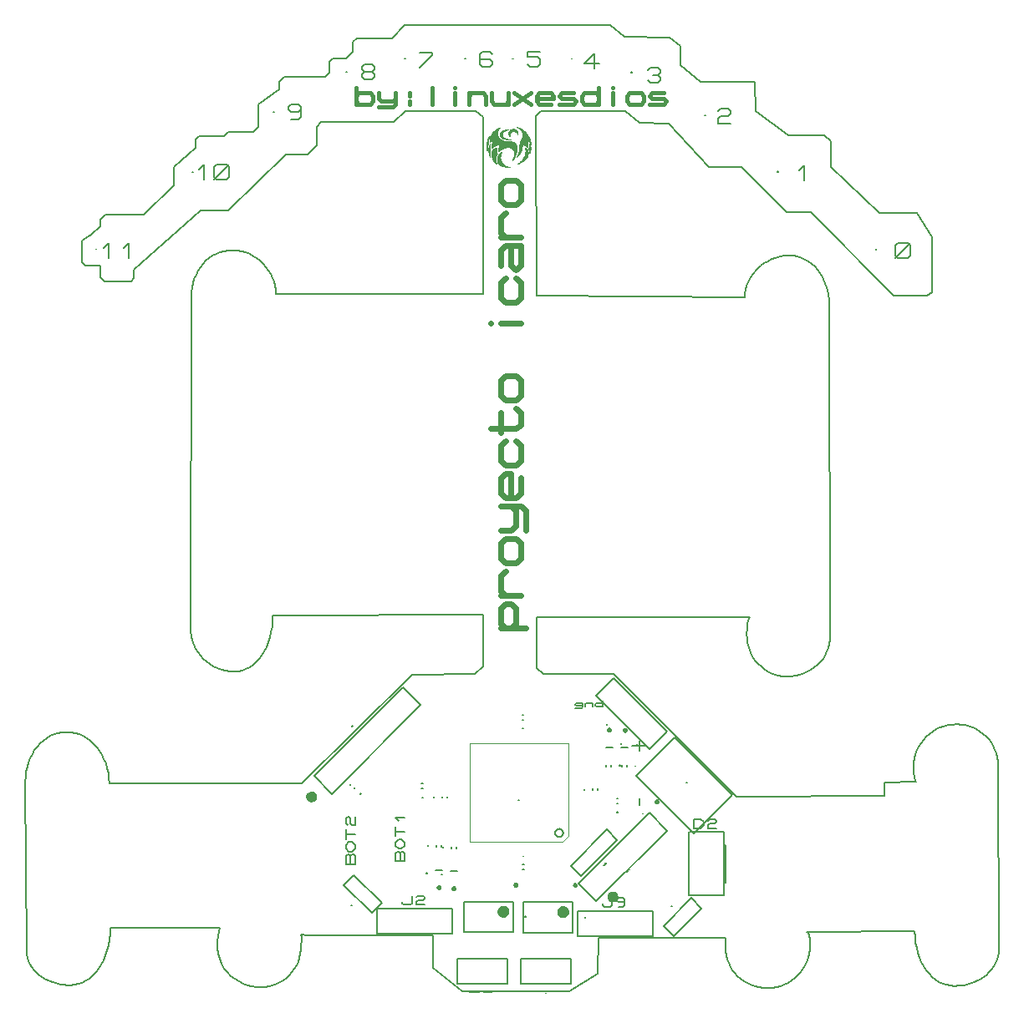
<source format=gto>
G04 PROTEUS RS274X GERBER FILE*
%FSLAX24Y24*%
%MOIN*%
%ADD15C,0.0080*%
%ADD73C,0.0040*%
%ADD30C,0.0098*%
%ADD31C,0.0078*%
%ADD32C,0.0236*%
%ADD14C,0.0012*%
%ADD33C,0.0180*%
%ADD34C,0.0230*%
G54D15*
X-7452Y+34484D02*
X-7453Y+34483D01*
X-7457Y+34483D01*
X-7459Y+34485D01*
X-7459Y+34487D01*
X-7457Y+34489D01*
X-7453Y+34489D01*
X-7452Y+34488D01*
X-7449Y+34483D02*
X-7449Y+34489D01*
X-7444Y+34489D01*
X-7442Y+34487D01*
X-7442Y+34485D01*
X-7444Y+34483D01*
X-7449Y+34483D01*
X-7432Y+34488D02*
X-7433Y+34489D01*
X-7437Y+34489D01*
X-7438Y+34488D01*
X-7438Y+34484D01*
X-7437Y+34483D01*
X-7433Y+34483D01*
X-7432Y+34484D01*
X-7432Y+34485D01*
X-7433Y+34486D01*
X-7438Y+34486D01*
X-5544Y+34481D02*
X-5545Y+34480D01*
X-5549Y+34480D01*
X-5551Y+34482D01*
X-5551Y+34484D01*
X-5549Y+34486D01*
X-5545Y+34486D01*
X-5544Y+34485D01*
X-5541Y+34480D02*
X-5541Y+34486D01*
X-5536Y+34486D01*
X-5534Y+34484D01*
X-5534Y+34482D01*
X-5536Y+34480D01*
X-5541Y+34480D01*
X-5530Y+34486D02*
X-5524Y+34486D01*
X-5524Y+34485D01*
X-5530Y+34480D01*
X-12195Y+33964D02*
X-12196Y+33963D01*
X-12200Y+33963D01*
X-12202Y+33965D01*
X-12202Y+33967D01*
X-12200Y+33969D01*
X-12196Y+33969D01*
X-12195Y+33968D01*
X-12192Y+33963D02*
X-12192Y+33969D01*
X-12187Y+33969D01*
X-12185Y+33967D01*
X-12185Y+33965D01*
X-12187Y+33963D01*
X-12192Y+33963D01*
X-12175Y+33965D02*
X-12182Y+33965D01*
X-12177Y+33969D01*
X-12177Y+33963D01*
X-15093Y+32367D02*
X-15094Y+32366D01*
X-15098Y+32366D01*
X-15100Y+32368D01*
X-15100Y+32370D01*
X-15098Y+32372D01*
X-15094Y+32372D01*
X-15093Y+32371D01*
X-15090Y+32366D02*
X-15090Y+32372D01*
X-15085Y+32372D01*
X-15083Y+32370D01*
X-15083Y+32368D01*
X-15085Y+32366D01*
X-15090Y+32366D01*
X-15079Y+32371D02*
X-15078Y+32372D01*
X-15074Y+32372D01*
X-15073Y+32371D01*
X-15073Y+32370D01*
X-15074Y+32369D01*
X-15073Y+32368D01*
X-15073Y+32367D01*
X-15074Y+32366D01*
X-15078Y+32366D01*
X-15079Y+32367D01*
X-15077Y+32369D02*
X-15074Y+32369D01*
X-18314Y+29952D02*
X-18315Y+29951D01*
X-18319Y+29951D01*
X-18321Y+29953D01*
X-18321Y+29955D01*
X-18319Y+29957D01*
X-18315Y+29957D01*
X-18314Y+29956D01*
X-18311Y+29951D02*
X-18311Y+29957D01*
X-18306Y+29957D01*
X-18304Y+29955D01*
X-18304Y+29953D01*
X-18306Y+29951D01*
X-18311Y+29951D01*
X-18300Y+29956D02*
X-18299Y+29957D01*
X-18295Y+29957D01*
X-18294Y+29956D01*
X-18294Y+29955D01*
X-18295Y+29954D01*
X-18299Y+29954D01*
X-18300Y+29953D01*
X-18300Y+29951D01*
X-18294Y+29951D01*
X-3198Y+34486D02*
X-3199Y+34485D01*
X-3203Y+34485D01*
X-3205Y+34487D01*
X-3205Y+34489D01*
X-3203Y+34491D01*
X-3199Y+34491D01*
X-3198Y+34490D01*
X-3195Y+34485D02*
X-3195Y+34491D01*
X-3190Y+34491D01*
X-3188Y+34489D01*
X-3188Y+34487D01*
X-3190Y+34485D01*
X-3195Y+34485D01*
X-3183Y+34488D02*
X-3184Y+34489D01*
X-3184Y+34490D01*
X-3183Y+34491D01*
X-3179Y+34491D01*
X-3178Y+34490D01*
X-3178Y+34489D01*
X-3179Y+34488D01*
X-3183Y+34488D01*
X-3184Y+34487D01*
X-3184Y+34486D01*
X-3183Y+34485D01*
X-3179Y+34485D01*
X-3178Y+34486D01*
X-3178Y+34487D01*
X-3179Y+34488D01*
X-817Y+33939D02*
X-818Y+33938D01*
X-822Y+33938D01*
X-824Y+33940D01*
X-824Y+33942D01*
X-822Y+33944D01*
X-818Y+33944D01*
X-817Y+33943D01*
X-814Y+33938D02*
X-814Y+33944D01*
X-809Y+33944D01*
X-807Y+33942D01*
X-807Y+33940D01*
X-809Y+33938D01*
X-814Y+33938D01*
X-797Y+33942D02*
X-798Y+33941D01*
X-802Y+33941D01*
X-803Y+33942D01*
X-803Y+33943D01*
X-802Y+33944D01*
X-798Y+33944D01*
X-797Y+33943D01*
X-797Y+33939D01*
X-798Y+33938D01*
X-802Y+33938D01*
X+2115Y+32225D02*
X+2114Y+32224D01*
X+2110Y+32224D01*
X+2108Y+32226D01*
X+2108Y+32228D01*
X+2110Y+32230D01*
X+2114Y+32230D01*
X+2115Y+32229D01*
X+2118Y+32224D02*
X+2118Y+32230D01*
X+2123Y+32230D01*
X+2125Y+32228D01*
X+2125Y+32226D01*
X+2123Y+32224D01*
X+2118Y+32224D01*
X+2130Y+32228D02*
X+2133Y+32230D01*
X+2133Y+32224D01*
X+2138Y+32225D02*
X+2138Y+32229D01*
X+2139Y+32230D01*
X+2144Y+32230D01*
X+2145Y+32229D01*
X+2145Y+32225D01*
X+2144Y+32224D01*
X+2139Y+32224D01*
X+2138Y+32225D01*
X+2138Y+32224D02*
X+2145Y+32230D01*
X-9837Y+34477D02*
X-9838Y+34476D01*
X-9842Y+34476D01*
X-9844Y+34478D01*
X-9844Y+34480D01*
X-9842Y+34482D01*
X-9838Y+34482D01*
X-9837Y+34481D01*
X-9834Y+34476D02*
X-9834Y+34482D01*
X-9829Y+34482D01*
X-9827Y+34480D01*
X-9827Y+34478D01*
X-9829Y+34476D01*
X-9834Y+34476D01*
X-9817Y+34482D02*
X-9823Y+34482D01*
X-9823Y+34480D01*
X-9818Y+34480D01*
X-9817Y+34479D01*
X-9817Y+34477D01*
X-9818Y+34476D01*
X-9822Y+34476D01*
X-9823Y+34477D01*
X-22168Y+26874D02*
X-22169Y+26873D01*
X-22173Y+26873D01*
X-22175Y+26875D01*
X-22175Y+26877D01*
X-22173Y+26879D01*
X-22169Y+26879D01*
X-22168Y+26878D01*
X-22165Y+26873D02*
X-22165Y+26879D01*
X-22160Y+26879D01*
X-22158Y+26877D01*
X-22158Y+26875D01*
X-22160Y+26873D01*
X-22165Y+26873D01*
X-22153Y+26877D02*
X-22150Y+26879D01*
X-22150Y+26873D01*
X+8940Y+26853D02*
X+8941Y+26852D01*
X+8941Y+26848D01*
X+8939Y+26846D01*
X+8937Y+26846D01*
X+8935Y+26848D01*
X+8935Y+26852D01*
X+8936Y+26853D01*
X+8941Y+26856D02*
X+8935Y+26856D01*
X+8935Y+26861D01*
X+8937Y+26863D01*
X+8939Y+26863D01*
X+8941Y+26861D01*
X+8941Y+26856D01*
X+8937Y+26868D02*
X+8935Y+26871D01*
X+8941Y+26871D01*
X+8936Y+26877D02*
X+8935Y+26878D01*
X+8935Y+26882D01*
X+8936Y+26883D01*
X+8937Y+26883D01*
X+8938Y+26882D01*
X+8938Y+26878D01*
X+8939Y+26877D01*
X+8941Y+26877D01*
X+8941Y+26883D01*
X+5023Y+29947D02*
X+5024Y+29946D01*
X+5024Y+29942D01*
X+5022Y+29940D01*
X+5020Y+29940D01*
X+5018Y+29942D01*
X+5018Y+29946D01*
X+5019Y+29947D01*
X+5024Y+29950D02*
X+5018Y+29950D01*
X+5018Y+29955D01*
X+5020Y+29957D01*
X+5022Y+29957D01*
X+5024Y+29955D01*
X+5024Y+29950D01*
X+5020Y+29962D02*
X+5018Y+29965D01*
X+5024Y+29965D01*
X+5019Y+29971D02*
X+5018Y+29972D01*
X+5018Y+29976D01*
X+5019Y+29977D01*
X+5020Y+29977D01*
X+5021Y+29976D01*
X+5022Y+29977D01*
X+5023Y+29977D01*
X+5024Y+29976D01*
X+5024Y+29972D01*
X+5023Y+29971D01*
X+5021Y+29973D02*
X+5021Y+29976D01*
X-3538Y+3580D02*
X-3538Y+3592D01*
X-3543Y+3618D01*
X-3551Y+3644D01*
X-3566Y+3670D01*
X-3588Y+3696D01*
X-3614Y+3716D01*
X-3640Y+3729D01*
X-3666Y+3737D01*
X-3692Y+3740D01*
X-3698Y+3740D01*
X-3858Y+3580D02*
X-3858Y+3592D01*
X-3853Y+3618D01*
X-3845Y+3644D01*
X-3830Y+3670D01*
X-3808Y+3696D01*
X-3782Y+3716D01*
X-3756Y+3729D01*
X-3730Y+3737D01*
X-3704Y+3740D01*
X-3698Y+3740D01*
X-3858Y+3580D02*
X-3858Y+3568D01*
X-3853Y+3542D01*
X-3845Y+3516D01*
X-3830Y+3490D01*
X-3808Y+3464D01*
X-3782Y+3444D01*
X-3756Y+3431D01*
X-3730Y+3423D01*
X-3704Y+3420D01*
X-3698Y+3420D01*
X-3538Y+3580D02*
X-3538Y+3568D01*
X-3543Y+3542D01*
X-3551Y+3516D01*
X-3566Y+3490D01*
X-3588Y+3464D01*
X-3614Y+3444D01*
X-3640Y+3431D01*
X-3666Y+3423D01*
X-3692Y+3420D01*
X-3698Y+3420D01*
G54D73*
X-3562Y+3228D02*
X-7263Y+3228D01*
X-7263Y+7165D01*
X-3326Y+7165D01*
X-3326Y+3464D01*
X-3562Y+3228D01*
G54D15*
X-5315Y+4893D02*
X-5315Y+4899D01*
X-5310Y+4899D01*
X-5308Y+4897D01*
X-5308Y+4895D01*
X-5310Y+4893D01*
X-5315Y+4893D01*
X-5305Y+4894D02*
X-5304Y+4893D01*
X-5299Y+4893D01*
X-5298Y+4894D01*
X-5298Y+4895D01*
X-5299Y+4896D01*
X-5304Y+4896D01*
X-5305Y+4897D01*
X-5305Y+4898D01*
X-5304Y+4899D01*
X-5299Y+4899D01*
X-5298Y+4898D01*
X-5295Y+4893D02*
X-5295Y+4899D01*
X-5289Y+4899D01*
X-5288Y+4898D01*
X-5288Y+4897D01*
X-5289Y+4896D01*
X-5295Y+4896D01*
X-5283Y+4897D02*
X-5280Y+4899D01*
X-5280Y+4893D01*
G54D30*
X-5389Y+1507D02*
X-5389Y+1510D01*
X-5390Y+1518D01*
X-5393Y+1526D01*
X-5397Y+1534D01*
X-5404Y+1542D01*
X-5412Y+1549D01*
X-5420Y+1553D01*
X-5428Y+1555D01*
X-5436Y+1556D01*
X-5438Y+1556D01*
X-5487Y+1507D02*
X-5487Y+1510D01*
X-5486Y+1518D01*
X-5483Y+1526D01*
X-5479Y+1534D01*
X-5472Y+1542D01*
X-5464Y+1549D01*
X-5456Y+1553D01*
X-5448Y+1555D01*
X-5440Y+1556D01*
X-5438Y+1556D01*
X-5487Y+1507D02*
X-5487Y+1504D01*
X-5486Y+1496D01*
X-5483Y+1488D01*
X-5479Y+1480D01*
X-5472Y+1472D01*
X-5464Y+1465D01*
X-5456Y+1461D01*
X-5448Y+1459D01*
X-5440Y+1458D01*
X-5438Y+1458D01*
X-5389Y+1507D02*
X-5389Y+1504D01*
X-5390Y+1496D01*
X-5393Y+1488D01*
X-5397Y+1480D01*
X-5404Y+1472D01*
X-5412Y+1465D01*
X-5420Y+1461D01*
X-5428Y+1459D01*
X-5436Y+1458D01*
X-5438Y+1458D01*
G54D31*
X-7505Y+838D02*
X-7505Y-381D01*
X-5537Y-381D01*
X-5537Y+838D01*
X-7505Y+838D01*
G54D32*
X-5813Y+444D02*
X-5813Y+453D01*
X-5816Y+472D01*
X-5823Y+491D01*
X-5833Y+510D01*
X-5849Y+529D01*
X-5868Y+544D01*
X-5887Y+553D01*
X-5906Y+559D01*
X-5925Y+562D01*
X-5931Y+562D01*
X-6049Y+444D02*
X-6049Y+453D01*
X-6046Y+472D01*
X-6039Y+491D01*
X-6029Y+510D01*
X-6013Y+529D01*
X-5994Y+544D01*
X-5975Y+553D01*
X-5956Y+559D01*
X-5937Y+562D01*
X-5931Y+562D01*
X-6049Y+444D02*
X-6049Y+435D01*
X-6046Y+416D01*
X-6039Y+397D01*
X-6029Y+378D01*
X-6013Y+359D01*
X-5994Y+344D01*
X-5975Y+335D01*
X-5956Y+329D01*
X-5937Y+326D01*
X-5931Y+326D01*
X-5813Y+444D02*
X-5813Y+435D01*
X-5816Y+416D01*
X-5823Y+397D01*
X-5833Y+378D01*
X-5849Y+359D01*
X-5868Y+344D01*
X-5887Y+335D01*
X-5906Y+329D01*
X-5925Y+326D01*
X-5931Y+326D01*
G54D15*
X-5043Y+213D02*
X-5038Y+213D01*
X-5037Y+214D01*
X-5037Y+219D01*
X-5038Y+220D01*
X-5043Y+220D01*
X-5041Y+225D02*
X-5043Y+228D01*
X-5037Y+228D01*
X-5038Y+233D02*
X-5042Y+233D01*
X-5043Y+234D01*
X-5043Y+239D01*
X-5042Y+240D01*
X-5038Y+240D01*
X-5037Y+239D01*
X-5037Y+234D01*
X-5038Y+233D01*
X-5037Y+233D02*
X-5043Y+240D01*
G54D30*
X-3015Y+1492D02*
X-3015Y+1495D01*
X-3016Y+1503D01*
X-3019Y+1511D01*
X-3023Y+1519D01*
X-3030Y+1527D01*
X-3038Y+1534D01*
X-3046Y+1538D01*
X-3054Y+1540D01*
X-3062Y+1541D01*
X-3064Y+1541D01*
X-3113Y+1492D02*
X-3113Y+1495D01*
X-3112Y+1503D01*
X-3109Y+1511D01*
X-3105Y+1519D01*
X-3098Y+1527D01*
X-3090Y+1534D01*
X-3082Y+1538D01*
X-3074Y+1540D01*
X-3066Y+1541D01*
X-3064Y+1541D01*
X-3113Y+1492D02*
X-3113Y+1489D01*
X-3112Y+1481D01*
X-3109Y+1473D01*
X-3105Y+1465D01*
X-3098Y+1457D01*
X-3090Y+1450D01*
X-3082Y+1446D01*
X-3074Y+1444D01*
X-3066Y+1443D01*
X-3064Y+1443D01*
X-3015Y+1492D02*
X-3015Y+1489D01*
X-3016Y+1481D01*
X-3019Y+1473D01*
X-3023Y+1465D01*
X-3030Y+1457D01*
X-3038Y+1450D01*
X-3046Y+1446D01*
X-3054Y+1444D01*
X-3062Y+1443D01*
X-3064Y+1443D01*
G54D31*
X-5131Y+822D02*
X-5131Y-397D01*
X-3163Y-397D01*
X-3163Y+822D01*
X-5131Y+822D01*
G54D32*
X-3439Y+429D02*
X-3439Y+438D01*
X-3442Y+457D01*
X-3449Y+476D01*
X-3459Y+495D01*
X-3475Y+514D01*
X-3494Y+529D01*
X-3513Y+538D01*
X-3532Y+544D01*
X-3551Y+547D01*
X-3557Y+547D01*
X-3675Y+429D02*
X-3675Y+438D01*
X-3672Y+457D01*
X-3665Y+476D01*
X-3655Y+495D01*
X-3639Y+514D01*
X-3620Y+529D01*
X-3601Y+538D01*
X-3582Y+544D01*
X-3563Y+547D01*
X-3557Y+547D01*
X-3675Y+429D02*
X-3675Y+420D01*
X-3672Y+401D01*
X-3665Y+382D01*
X-3655Y+363D01*
X-3639Y+344D01*
X-3620Y+329D01*
X-3601Y+320D01*
X-3582Y+314D01*
X-3563Y+311D01*
X-3557Y+311D01*
X-3439Y+429D02*
X-3439Y+420D01*
X-3442Y+401D01*
X-3449Y+382D01*
X-3459Y+363D01*
X-3475Y+344D01*
X-3494Y+329D01*
X-3513Y+320D01*
X-3532Y+314D01*
X-3551Y+311D01*
X-3557Y+311D01*
G54D15*
X-2669Y+197D02*
X-2664Y+197D01*
X-2663Y+198D01*
X-2663Y+203D01*
X-2664Y+204D01*
X-2669Y+204D01*
X-2668Y+208D02*
X-2669Y+209D01*
X-2669Y+213D01*
X-2668Y+214D01*
X-2667Y+214D01*
X-2666Y+213D01*
X-2666Y+209D01*
X-2665Y+208D01*
X-2663Y+208D01*
X-2663Y+214D01*
X-2664Y+217D02*
X-2668Y+217D01*
X-2669Y+218D01*
X-2669Y+223D01*
X-2668Y+224D01*
X-2664Y+224D01*
X-2663Y+223D01*
X-2663Y+218D01*
X-2664Y+217D01*
X-2663Y+217D02*
X-2669Y+224D01*
X-104Y+4378D02*
X-2933Y+1549D01*
X-2226Y+842D01*
X+602Y+3670D01*
X-104Y+4378D01*
X-1010Y+2026D02*
X-1010Y+2026D01*
X-1001Y+2034D01*
X-966Y+2069D01*
X-958Y+2079D01*
X-961Y+2082D01*
X-925Y+2115D02*
X-909Y+2135D01*
X-905Y+2130D01*
X-1791Y+3706D02*
X-3235Y+2261D01*
X-2832Y+1857D01*
X-1387Y+3302D01*
X-1791Y+3706D01*
X-1909Y+2294D02*
X-1912Y+2297D01*
X-1911Y+2300D01*
X-1910Y+2302D01*
X-1907Y+2302D01*
X-1905Y+2299D01*
X-1910Y+2295D02*
X-1906Y+2301D01*
X-1898Y+2307D02*
X-1898Y+2305D01*
X-1901Y+2303D01*
X-1903Y+2302D01*
X-1905Y+2304D01*
X-1904Y+2307D01*
X-1902Y+2310D01*
X-1901Y+2310D01*
X-1891Y+2313D02*
X-1895Y+2308D01*
X-1899Y+2312D01*
X-1894Y+2317D01*
X-1897Y+2310D02*
X-1894Y+2314D01*
X-1892Y+2319D02*
X-1888Y+2315D01*
X-1884Y+2320D01*
X-1877Y+2327D02*
X-1881Y+2322D01*
X-1885Y+2326D01*
X-1880Y+2331D01*
X-1883Y+2324D02*
X-1880Y+2328D01*
X-1874Y+2329D02*
X-1878Y+2333D01*
X-1874Y+2338D01*
X-1873Y+2338D01*
X-1872Y+2337D01*
X-1873Y+2335D01*
X-1876Y+2331D01*
X-1873Y+2335D02*
X-1871Y+2336D01*
X-1870Y+2334D01*
X-1870Y+2339D02*
X-1869Y+2342D01*
X-1868Y+2344D01*
X-1865Y+2344D01*
X-1864Y+2343D01*
X-1864Y+2339D01*
X-1866Y+2338D01*
X-1868Y+2337D01*
X-1870Y+2339D01*
X-1860Y+2343D02*
X-1864Y+2347D01*
X-1859Y+2348D01*
X-1859Y+2352D01*
X-1856Y+2348D01*
X-1849Y+2355D02*
X-1853Y+2350D01*
X-1857Y+2354D01*
X-1852Y+2359D01*
X-1855Y+2352D02*
X-1852Y+2356D01*
X-1850Y+2361D02*
X-1845Y+2366D01*
X-1848Y+2364D02*
X-1844Y+2360D01*
X-1839Y+2364D02*
X-1843Y+2368D01*
X-1839Y+2373D01*
X-1838Y+2373D01*
X-1837Y+2372D01*
X-1838Y+2370D01*
X-1841Y+2366D01*
X-1838Y+2370D02*
X-1836Y+2371D01*
X-1835Y+2369D01*
X-1835Y+2374D02*
X-1834Y+2377D01*
X-1833Y+2379D01*
X-1830Y+2379D01*
X-1829Y+2378D01*
X-1829Y+2374D01*
X-1831Y+2373D01*
X-1833Y+2372D01*
X-1835Y+2374D01*
X-7755Y-2448D02*
X-5755Y-2448D01*
X-5755Y-1448D01*
X-7755Y-1448D01*
X-7755Y-2448D01*
X-7255Y-2789D02*
X-7255Y-2790D01*
X-7193Y-2791D01*
X-6943Y-2791D01*
X-6880Y-2790D01*
X-6880Y-2785D01*
X-6693Y-2786D02*
X-6630Y-2785D01*
X-6443Y-2785D01*
X-6380Y-2786D01*
X-6380Y-2787D01*
X-6443Y-2788D01*
X-6380Y-2789D01*
X-6380Y-2790D01*
X-6443Y-2791D01*
X-6630Y-2791D01*
X-6693Y-2790D01*
X-6568Y-2788D02*
X-6443Y-2788D01*
X-5220Y-2460D02*
X-3220Y-2460D01*
X-3220Y-1460D01*
X-5220Y-1460D01*
X-5220Y-2460D01*
X-4230Y-2801D02*
X-4230Y-2802D01*
X-4229Y-2803D01*
X-4224Y-2803D01*
X-4223Y-2802D01*
X-4223Y-2797D01*
X-4213Y-2801D02*
X-4220Y-2801D01*
X-4215Y-2797D01*
X-4215Y-2803D01*
X-5111Y+8092D02*
X-5161Y+8092D01*
X-5111Y+8292D02*
X-5161Y+8292D01*
X-5139Y+7750D02*
X-5140Y+7749D01*
X-5144Y+7749D01*
X-5146Y+7751D01*
X-5146Y+7753D01*
X-5144Y+7755D01*
X-5140Y+7755D01*
X-5139Y+7754D01*
X-5134Y+7753D02*
X-5131Y+7755D01*
X-5131Y+7749D01*
X-5126Y+7750D02*
X-5126Y+7754D01*
X-5125Y+7755D01*
X-5120Y+7755D01*
X-5119Y+7754D01*
X-5119Y+7750D01*
X-5120Y+7749D01*
X-5125Y+7749D01*
X-5126Y+7750D01*
X-5126Y+7749D02*
X-5119Y+7755D01*
X-2344Y+5293D02*
X-2344Y+5343D01*
X-2144Y+5293D02*
X-2144Y+5343D01*
X-2682Y+5305D02*
X-2681Y+5304D01*
X-2681Y+5300D01*
X-2683Y+5298D01*
X-2685Y+5298D01*
X-2687Y+5300D01*
X-2687Y+5304D01*
X-2686Y+5305D01*
X-2685Y+5310D02*
X-2687Y+5313D01*
X-2681Y+5313D01*
X-2685Y+5320D02*
X-2687Y+5323D01*
X-2681Y+5323D01*
X-8363Y+4978D02*
X-8363Y+5028D01*
X-8163Y+4978D02*
X-8163Y+5028D01*
X-8701Y+4990D02*
X-8700Y+4989D01*
X-8700Y+4985D01*
X-8702Y+4983D01*
X-8704Y+4983D01*
X-8706Y+4985D01*
X-8706Y+4989D01*
X-8705Y+4990D01*
X-8704Y+4995D02*
X-8706Y+4998D01*
X-8700Y+4998D01*
X-8705Y+5004D02*
X-8706Y+5005D01*
X-8706Y+5009D01*
X-8705Y+5010D01*
X-8704Y+5010D01*
X-8703Y+5009D01*
X-8703Y+5005D01*
X-8702Y+5004D01*
X-8700Y+5004D01*
X-8700Y+5010D01*
X-5143Y+2328D02*
X-5093Y+2328D01*
X-5143Y+2128D02*
X-5093Y+2128D01*
X-5126Y+2666D02*
X-5127Y+2665D01*
X-5131Y+2665D01*
X-5133Y+2667D01*
X-5133Y+2669D01*
X-5131Y+2671D01*
X-5127Y+2671D01*
X-5126Y+2670D01*
X-5116Y+2669D02*
X-5117Y+2668D01*
X-5121Y+2668D01*
X-5122Y+2669D01*
X-5122Y+2670D01*
X-5121Y+2671D01*
X-5117Y+2671D01*
X-5116Y+2670D01*
X-5116Y+2666D01*
X-5117Y+2665D01*
X-5121Y+2665D01*
X-12769Y+5138D02*
X-9234Y+8674D01*
X-9941Y+9381D01*
X-13476Y+5845D01*
X-12769Y+5138D01*
X-11964Y+7833D02*
X-11968Y+7837D01*
X-11964Y+7842D01*
X-11963Y+7842D01*
X-11962Y+7841D01*
X-11963Y+7839D01*
X-11966Y+7835D01*
X-11960Y+7845D02*
X-11957Y+7849D01*
X-11959Y+7847D02*
X-11955Y+7843D01*
X-11956Y+7841D02*
X-11953Y+7844D01*
X-11946Y+7853D02*
X-11946Y+7851D01*
X-11949Y+7849D01*
X-11951Y+7848D01*
X-11953Y+7850D01*
X-11952Y+7853D01*
X-11950Y+7856D01*
X-11949Y+7856D01*
X-11947Y+7858D02*
X-11943Y+7854D01*
X-11942Y+7863D02*
X-11942Y+7859D01*
X-11939Y+7859D01*
X-11945Y+7856D02*
X-11942Y+7859D01*
X-11937Y+7866D02*
X-11937Y+7869D01*
X-11933Y+7864D01*
X-637Y+5854D02*
X+1661Y+3555D01*
X+3208Y+5102D01*
X+909Y+7401D01*
X-637Y+5854D01*
X+1397Y+5590D02*
X+1397Y+5590D01*
X+1397Y+5592D01*
X+1394Y+5595D01*
X+1392Y+5595D01*
X+1389Y+5592D01*
X+1382Y+5599D02*
X+1386Y+5595D01*
X+1387Y+5596D01*
X+1384Y+5599D01*
X+1384Y+5600D01*
X+1385Y+5602D01*
X+1387Y+5602D01*
X+1389Y+5599D01*
X+1389Y+5598D01*
X-9861Y+2441D02*
X-10221Y+2441D01*
X-10221Y+2753D01*
X-10161Y+2816D01*
X-10101Y+2816D01*
X-10041Y+2753D01*
X-9981Y+2816D01*
X-9921Y+2816D01*
X-9861Y+2753D01*
X-9861Y+2441D01*
X-10041Y+2441D02*
X-10041Y+2753D01*
X-10101Y+2941D02*
X-10221Y+3066D01*
X-10221Y+3191D01*
X-10101Y+3316D01*
X-9981Y+3316D01*
X-9861Y+3191D01*
X-9861Y+3066D01*
X-9981Y+2941D01*
X-10101Y+2941D01*
X-10221Y+3441D02*
X-10221Y+3816D01*
X-10221Y+3628D02*
X-9861Y+3628D01*
X-10101Y+4066D02*
X-10221Y+4191D01*
X-9861Y+4191D01*
X-11838Y+2337D02*
X-12198Y+2337D01*
X-12198Y+2649D01*
X-12138Y+2712D01*
X-12078Y+2712D01*
X-12018Y+2649D01*
X-11958Y+2712D01*
X-11898Y+2712D01*
X-11838Y+2649D01*
X-11838Y+2337D01*
X-12018Y+2337D02*
X-12018Y+2649D01*
X-12078Y+2837D02*
X-12198Y+2962D01*
X-12198Y+3087D01*
X-12078Y+3212D01*
X-11958Y+3212D01*
X-11838Y+3087D01*
X-11838Y+2962D01*
X-11958Y+2837D01*
X-12078Y+2837D01*
X-12198Y+3337D02*
X-12198Y+3712D01*
X-12198Y+3524D02*
X-11838Y+3524D01*
X-12138Y+3899D02*
X-12198Y+3962D01*
X-12198Y+4149D01*
X-12138Y+4212D01*
X-12078Y+4212D01*
X-12018Y+4149D01*
X-12018Y+3962D01*
X-11958Y+3899D01*
X-11838Y+3899D01*
X-11838Y+4212D01*
X-9140Y+5352D02*
X-9190Y+5352D01*
X-9140Y+5552D02*
X-9190Y+5552D01*
X-9159Y+4997D02*
X-9159Y+5003D01*
X-9153Y+5003D01*
X-9152Y+5002D01*
X-9152Y+5001D01*
X-9153Y+5000D01*
X-9159Y+5000D01*
X-9153Y+5000D02*
X-9152Y+4999D01*
X-9152Y+4997D01*
X-9148Y+5002D02*
X-9147Y+5003D01*
X-9143Y+5003D01*
X-9142Y+5002D01*
X-9142Y+5001D01*
X-9143Y+5000D01*
X-9147Y+5000D01*
X-9148Y+4999D01*
X-9148Y+4997D01*
X-9142Y+4997D01*
X-9138Y+5003D02*
X-9132Y+5003D01*
X-9132Y+5002D01*
X-9138Y+4997D01*
X-11840Y+5394D02*
X-11875Y+5358D01*
X-11981Y+5535D02*
X-12017Y+5500D01*
X-11622Y+5126D02*
X-11626Y+5130D01*
X-11622Y+5135D01*
X-11621Y+5135D01*
X-11620Y+5134D01*
X-11621Y+5132D01*
X-11624Y+5128D01*
X-11621Y+5132D02*
X-11619Y+5133D01*
X-11618Y+5131D01*
X-11618Y+5137D02*
X-11617Y+5139D01*
X-11615Y+5142D01*
X-11614Y+5142D01*
X-11613Y+5141D01*
X-11614Y+5139D01*
X-11615Y+5137D01*
X-11615Y+5135D01*
X-11614Y+5134D01*
X-11611Y+5138D01*
X-11608Y+5144D02*
X-11610Y+5144D01*
X-11611Y+5144D01*
X-11610Y+5146D01*
X-11608Y+5149D01*
X-11607Y+5149D01*
X-11606Y+5148D01*
X-11607Y+5146D01*
X-11608Y+5144D01*
X-11608Y+5142D01*
X-11608Y+5142D01*
X-11607Y+5142D01*
X-11604Y+5144D01*
X-11604Y+5146D01*
X-11605Y+5147D01*
X-11607Y+5146D01*
X-1616Y+6286D02*
X-1616Y+6236D01*
X-1816Y+6286D02*
X-1816Y+6236D01*
X-1273Y+6251D02*
X-1279Y+6251D01*
X-1279Y+6257D01*
X-1278Y+6258D01*
X-1277Y+6258D01*
X-1276Y+6257D01*
X-1276Y+6251D01*
X-1276Y+6257D02*
X-1275Y+6258D01*
X-1273Y+6258D01*
X-1278Y+6262D02*
X-1279Y+6263D01*
X-1279Y+6267D01*
X-1278Y+6268D01*
X-1277Y+6268D01*
X-1276Y+6267D01*
X-1276Y+6263D01*
X-1275Y+6262D01*
X-1273Y+6262D01*
X-1273Y+6268D01*
X-1277Y+6278D02*
X-1276Y+6277D01*
X-1276Y+6273D01*
X-1277Y+6272D01*
X-1278Y+6272D01*
X-1279Y+6273D01*
X-1279Y+6277D01*
X-1278Y+6278D01*
X-1274Y+6278D01*
X-1273Y+6277D01*
X-1273Y+6273D01*
X-986Y+6277D02*
X-986Y+6227D01*
X-1186Y+6277D02*
X-1186Y+6227D01*
X-643Y+6242D02*
X-649Y+6242D01*
X-649Y+6248D01*
X-648Y+6249D01*
X-647Y+6249D01*
X-646Y+6248D01*
X-646Y+6242D01*
X-646Y+6248D02*
X-645Y+6249D01*
X-643Y+6249D01*
X-648Y+6253D02*
X-649Y+6254D01*
X-649Y+6258D01*
X-648Y+6259D01*
X-647Y+6259D01*
X-646Y+6258D01*
X-645Y+6259D01*
X-644Y+6259D01*
X-643Y+6258D01*
X-643Y+6254D01*
X-644Y+6253D01*
X-646Y+6255D02*
X-646Y+6258D01*
X-647Y+6264D02*
X-649Y+6267D01*
X-643Y+6267D01*
X-1348Y+4746D02*
X-1398Y+4746D01*
X-1348Y+4946D02*
X-1398Y+4946D01*
X-1383Y+4403D02*
X-1383Y+4409D01*
X-1377Y+4409D01*
X-1376Y+4408D01*
X-1376Y+4407D01*
X-1377Y+4406D01*
X-1383Y+4406D01*
X-1377Y+4406D02*
X-1376Y+4405D01*
X-1376Y+4403D01*
X-1372Y+4408D02*
X-1371Y+4409D01*
X-1367Y+4409D01*
X-1366Y+4408D01*
X-1366Y+4407D01*
X-1367Y+4406D01*
X-1366Y+4405D01*
X-1366Y+4404D01*
X-1367Y+4403D01*
X-1371Y+4403D01*
X-1372Y+4404D01*
X-1370Y+4406D02*
X-1367Y+4406D01*
X-1356Y+4405D02*
X-1363Y+4405D01*
X-1358Y+4409D01*
X-1358Y+4403D01*
G54D30*
X-1033Y+7683D02*
X-1033Y+7686D01*
X-1034Y+7694D01*
X-1037Y+7702D01*
X-1041Y+7710D01*
X-1048Y+7718D01*
X-1056Y+7725D01*
X-1064Y+7729D01*
X-1072Y+7731D01*
X-1080Y+7732D01*
X-1082Y+7732D01*
X-1131Y+7683D02*
X-1131Y+7686D01*
X-1130Y+7694D01*
X-1127Y+7702D01*
X-1123Y+7710D01*
X-1116Y+7718D01*
X-1108Y+7725D01*
X-1100Y+7729D01*
X-1092Y+7731D01*
X-1084Y+7732D01*
X-1082Y+7732D01*
X-1131Y+7683D02*
X-1131Y+7680D01*
X-1130Y+7672D01*
X-1127Y+7664D01*
X-1123Y+7656D01*
X-1116Y+7648D01*
X-1108Y+7641D01*
X-1100Y+7637D01*
X-1092Y+7635D01*
X-1084Y+7634D01*
X-1082Y+7634D01*
X-1033Y+7683D02*
X-1033Y+7680D01*
X-1034Y+7672D01*
X-1037Y+7664D01*
X-1041Y+7656D01*
X-1048Y+7648D01*
X-1056Y+7641D01*
X-1064Y+7637D01*
X-1072Y+7635D01*
X-1080Y+7634D01*
X-1082Y+7634D01*
G54D31*
X-944Y+6995D02*
X-1219Y+6995D01*
G54D15*
X-601Y+7117D02*
X-607Y+7117D01*
X-607Y+7122D01*
X-605Y+7124D01*
X-603Y+7124D01*
X-601Y+7122D01*
X-601Y+7117D01*
X-606Y+7128D02*
X-607Y+7129D01*
X-607Y+7133D01*
X-606Y+7134D01*
X-605Y+7134D01*
X-604Y+7133D01*
X-603Y+7134D01*
X-602Y+7134D01*
X-601Y+7133D01*
X-601Y+7129D01*
X-602Y+7128D01*
X-604Y+7130D02*
X-604Y+7133D01*
G54D30*
X+242Y+4831D02*
X+242Y+4834D01*
X+241Y+4842D01*
X+238Y+4850D01*
X+234Y+4858D01*
X+227Y+4866D01*
X+219Y+4873D01*
X+211Y+4877D01*
X+203Y+4879D01*
X+195Y+4880D01*
X+193Y+4880D01*
X+144Y+4831D02*
X+144Y+4834D01*
X+145Y+4842D01*
X+148Y+4850D01*
X+152Y+4858D01*
X+159Y+4866D01*
X+167Y+4873D01*
X+175Y+4877D01*
X+183Y+4879D01*
X+191Y+4880D01*
X+193Y+4880D01*
X+144Y+4831D02*
X+144Y+4828D01*
X+145Y+4820D01*
X+148Y+4812D01*
X+152Y+4804D01*
X+159Y+4796D01*
X+167Y+4789D01*
X+175Y+4785D01*
X+183Y+4783D01*
X+191Y+4782D01*
X+193Y+4782D01*
X+242Y+4831D02*
X+242Y+4828D01*
X+241Y+4820D01*
X+238Y+4812D01*
X+234Y+4804D01*
X+227Y+4796D01*
X+219Y+4789D01*
X+211Y+4785D01*
X+203Y+4783D01*
X+195Y+4782D01*
X+193Y+4782D01*
G54D31*
X-495Y+4693D02*
X-495Y+4968D01*
G54D15*
X-373Y+4350D02*
X-373Y+4356D01*
X-368Y+4356D01*
X-366Y+4354D01*
X-366Y+4352D01*
X-368Y+4350D01*
X-373Y+4350D01*
X-356Y+4352D02*
X-363Y+4352D01*
X-358Y+4356D01*
X-358Y+4350D01*
G54D30*
X-1654Y+7692D02*
X-1654Y+7695D01*
X-1655Y+7703D01*
X-1658Y+7711D01*
X-1662Y+7719D01*
X-1669Y+7727D01*
X-1677Y+7734D01*
X-1685Y+7738D01*
X-1693Y+7740D01*
X-1701Y+7741D01*
X-1703Y+7741D01*
X-1752Y+7692D02*
X-1752Y+7695D01*
X-1751Y+7703D01*
X-1748Y+7711D01*
X-1744Y+7719D01*
X-1737Y+7727D01*
X-1729Y+7734D01*
X-1721Y+7738D01*
X-1713Y+7740D01*
X-1705Y+7741D01*
X-1703Y+7741D01*
X-1752Y+7692D02*
X-1752Y+7689D01*
X-1751Y+7681D01*
X-1748Y+7673D01*
X-1744Y+7665D01*
X-1737Y+7657D01*
X-1729Y+7650D01*
X-1721Y+7646D01*
X-1713Y+7644D01*
X-1705Y+7643D01*
X-1703Y+7643D01*
X-1654Y+7692D02*
X-1654Y+7689D01*
X-1655Y+7681D01*
X-1658Y+7673D01*
X-1662Y+7665D01*
X-1669Y+7657D01*
X-1677Y+7650D01*
X-1685Y+7646D01*
X-1693Y+7644D01*
X-1701Y+7643D01*
X-1703Y+7643D01*
G54D31*
X-1566Y+7003D02*
X-1841Y+7003D01*
G54D15*
X-1223Y+7125D02*
X-1229Y+7125D01*
X-1229Y+7130D01*
X-1227Y+7132D01*
X-1225Y+7132D01*
X-1223Y+7130D01*
X-1223Y+7125D01*
X-1229Y+7142D02*
X-1229Y+7136D01*
X-1227Y+7136D01*
X-1227Y+7141D01*
X-1226Y+7142D01*
X-1224Y+7142D01*
X-1223Y+7141D01*
X-1223Y+7137D01*
X-1224Y+7136D01*
X+879Y-535D02*
X+1986Y+571D01*
X+1583Y+975D01*
X+475Y-132D01*
X+879Y-535D01*
X+783Y+653D02*
X+783Y+653D01*
X+785Y+653D01*
X+788Y+656D01*
X+788Y+658D01*
X+785Y+661D01*
X+792Y+668D02*
X+791Y+668D01*
X+789Y+665D01*
X+788Y+663D01*
X+791Y+661D01*
X+792Y+661D01*
X+795Y+663D01*
X+795Y+665D01*
X+794Y+666D01*
X+792Y+665D01*
X+790Y+662D01*
X-10773Y+777D02*
X-11880Y+1885D01*
X-12284Y+1482D01*
X-11176Y+374D01*
X-10773Y+777D01*
X-11962Y+682D02*
X-11962Y+682D01*
X-11962Y+684D01*
X-11965Y+687D01*
X-11967Y+687D01*
X-11970Y+684D01*
X-11973Y+687D02*
X-11977Y+691D01*
X-11977Y+691D01*
X-11969Y+691D01*
G54D30*
X-8451Y+1411D02*
X-8451Y+1414D01*
X-8452Y+1422D01*
X-8455Y+1430D01*
X-8459Y+1438D01*
X-8466Y+1446D01*
X-8474Y+1453D01*
X-8482Y+1457D01*
X-8490Y+1459D01*
X-8498Y+1460D01*
X-8500Y+1460D01*
X-8549Y+1411D02*
X-8549Y+1414D01*
X-8548Y+1422D01*
X-8545Y+1430D01*
X-8541Y+1438D01*
X-8534Y+1446D01*
X-8526Y+1453D01*
X-8518Y+1457D01*
X-8510Y+1459D01*
X-8502Y+1460D01*
X-8500Y+1460D01*
X-8549Y+1411D02*
X-8549Y+1408D01*
X-8548Y+1400D01*
X-8545Y+1392D01*
X-8541Y+1384D01*
X-8534Y+1376D01*
X-8526Y+1369D01*
X-8518Y+1365D01*
X-8510Y+1363D01*
X-8502Y+1362D01*
X-8500Y+1362D01*
X-8451Y+1411D02*
X-8451Y+1408D01*
X-8452Y+1400D01*
X-8455Y+1392D01*
X-8459Y+1384D01*
X-8466Y+1376D01*
X-8474Y+1369D01*
X-8482Y+1365D01*
X-8490Y+1363D01*
X-8498Y+1362D01*
X-8500Y+1362D01*
G54D31*
X-8638Y+2100D02*
X-8363Y+2100D01*
G54D15*
X-8975Y+1958D02*
X-8981Y+1958D01*
X-8981Y+1963D01*
X-8979Y+1965D01*
X-8977Y+1965D01*
X-8975Y+1963D01*
X-8975Y+1958D01*
X-8980Y+1975D02*
X-8981Y+1974D01*
X-8981Y+1970D01*
X-8980Y+1969D01*
X-8976Y+1969D01*
X-8975Y+1970D01*
X-8975Y+1974D01*
X-8976Y+1975D01*
X-8977Y+1975D01*
X-8978Y+1974D01*
X-8978Y+1969D01*
X-8588Y+3030D02*
X-8588Y+3080D01*
X-8388Y+3030D02*
X-8388Y+3080D01*
X-8925Y+3054D02*
X-8931Y+3054D01*
X-8931Y+3060D01*
X-8930Y+3061D01*
X-8929Y+3061D01*
X-8928Y+3060D01*
X-8928Y+3054D01*
X-8928Y+3060D02*
X-8927Y+3061D01*
X-8925Y+3061D01*
X-8930Y+3065D02*
X-8931Y+3066D01*
X-8931Y+3070D01*
X-8930Y+3071D01*
X-8929Y+3071D01*
X-8928Y+3070D01*
X-8927Y+3071D01*
X-8926Y+3071D01*
X-8925Y+3070D01*
X-8925Y+3066D01*
X-8926Y+3065D01*
X-8928Y+3067D02*
X-8928Y+3070D01*
X-8926Y+3074D02*
X-8930Y+3074D01*
X-8931Y+3075D01*
X-8931Y+3080D01*
X-8930Y+3081D01*
X-8926Y+3081D01*
X-8925Y+3080D01*
X-8925Y+3075D01*
X-8926Y+3074D01*
X-8925Y+3074D02*
X-8931Y+3081D01*
G54D30*
X-7853Y+1360D02*
X-7853Y+1363D01*
X-7854Y+1371D01*
X-7857Y+1379D01*
X-7861Y+1387D01*
X-7868Y+1395D01*
X-7876Y+1402D01*
X-7884Y+1406D01*
X-7892Y+1408D01*
X-7900Y+1409D01*
X-7902Y+1409D01*
X-7951Y+1360D02*
X-7951Y+1363D01*
X-7950Y+1371D01*
X-7947Y+1379D01*
X-7943Y+1387D01*
X-7936Y+1395D01*
X-7928Y+1402D01*
X-7920Y+1406D01*
X-7912Y+1408D01*
X-7904Y+1409D01*
X-7902Y+1409D01*
X-7951Y+1360D02*
X-7951Y+1357D01*
X-7950Y+1349D01*
X-7947Y+1341D01*
X-7943Y+1333D01*
X-7936Y+1325D01*
X-7928Y+1318D01*
X-7920Y+1314D01*
X-7912Y+1312D01*
X-7904Y+1311D01*
X-7902Y+1311D01*
X-7853Y+1360D02*
X-7853Y+1357D01*
X-7854Y+1349D01*
X-7857Y+1341D01*
X-7861Y+1333D01*
X-7868Y+1325D01*
X-7876Y+1318D01*
X-7884Y+1314D01*
X-7892Y+1312D01*
X-7900Y+1311D01*
X-7902Y+1311D01*
G54D31*
X-8040Y+2049D02*
X-7764Y+2049D01*
G54D15*
X-8376Y+1906D02*
X-8382Y+1906D01*
X-8382Y+1911D01*
X-8380Y+1913D01*
X-8378Y+1913D01*
X-8376Y+1911D01*
X-8376Y+1906D01*
X-8382Y+1917D02*
X-8382Y+1923D01*
X-8381Y+1923D01*
X-8376Y+1917D01*
X-7989Y+2963D02*
X-7989Y+3013D01*
X-7789Y+2963D02*
X-7789Y+3013D01*
X-8326Y+2991D02*
X-8332Y+2991D01*
X-8332Y+2997D01*
X-8331Y+2998D01*
X-8330Y+2998D01*
X-8329Y+2997D01*
X-8329Y+2991D01*
X-8329Y+2997D02*
X-8328Y+2998D01*
X-8326Y+2998D01*
X-8331Y+3002D02*
X-8332Y+3003D01*
X-8332Y+3007D01*
X-8331Y+3008D01*
X-8330Y+3008D01*
X-8329Y+3007D01*
X-8328Y+3008D01*
X-8327Y+3008D01*
X-8326Y+3007D01*
X-8326Y+3003D01*
X-8327Y+3002D01*
X-8329Y+3004D02*
X-8329Y+3007D01*
X-8332Y+3018D02*
X-8332Y+3012D01*
X-8330Y+3012D01*
X-8330Y+3017D01*
X-8329Y+3018D01*
X-8327Y+3018D01*
X-8326Y+3017D01*
X-8326Y+3013D01*
X-8327Y+3012D01*
X-791Y+7039D02*
X-191Y+7039D01*
X-491Y+7239D02*
X-491Y+6839D01*
X-2749Y+8732D02*
X-2799Y+8772D01*
X-2999Y+8772D01*
X-3049Y+8732D01*
X-3049Y+8692D01*
X-2999Y+8652D01*
X-2799Y+8652D01*
X-2749Y+8692D01*
X-2749Y+8772D02*
X-2749Y+8612D01*
X-2799Y+8572D01*
X-3049Y+8572D01*
X-2649Y+8612D02*
X-2649Y+8772D01*
X-2649Y+8732D02*
X-2599Y+8772D01*
X-2399Y+8772D01*
X-2349Y+8732D01*
X-2349Y+8612D01*
X-1949Y+8732D02*
X-1999Y+8772D01*
X-2199Y+8772D01*
X-2249Y+8732D01*
X-2249Y+8652D01*
X-2199Y+8612D01*
X-1999Y+8612D01*
X-1949Y+8652D01*
X-1949Y+8612D02*
X-1949Y+8852D01*
G54D14*
X-13570Y+4838D02*
X-13570Y+4838D01*
X-13570Y+5200D02*
X-13570Y+5200D01*
X-13571Y+4838D02*
X-13569Y+4838D01*
X-13571Y+5200D02*
X-13569Y+5200D01*
X-13572Y+4838D02*
X-13568Y+4838D01*
X-13572Y+5200D02*
X-13568Y+5200D01*
X-13573Y+4838D02*
X-13567Y+4838D01*
X-13573Y+5200D02*
X-13567Y+5200D01*
X-13574Y+4838D02*
X-13566Y+4838D01*
X-13574Y+5200D02*
X-13566Y+5200D01*
X-13575Y+4838D02*
X-13565Y+4838D01*
X-13575Y+5200D02*
X-13565Y+5200D01*
X-13576Y+4838D02*
X-13564Y+4838D01*
X-13576Y+5200D02*
X-13564Y+5200D01*
X-13577Y+4838D02*
X-13563Y+4838D01*
X-13577Y+5200D02*
X-13563Y+5200D01*
X-13578Y+4838D02*
X-13562Y+4838D01*
X-13578Y+5200D02*
X-13562Y+5200D01*
X-13579Y+4838D02*
X-13561Y+4838D01*
X-13579Y+5200D02*
X-13561Y+5200D01*
X-13580Y+4838D02*
X-13560Y+4838D01*
X-13580Y+5200D02*
X-13560Y+5200D01*
X-13581Y+4838D02*
X-13559Y+4838D01*
X-13581Y+5200D02*
X-13559Y+5200D01*
X-13582Y+4838D02*
X-13558Y+4838D01*
X-13582Y+5200D02*
X-13558Y+5200D01*
X-13583Y+4838D02*
X-13557Y+4838D01*
X-13583Y+5200D02*
X-13557Y+5200D01*
X-13593Y+4839D02*
X-13547Y+4839D01*
X-13593Y+5199D02*
X-13547Y+5199D01*
X-13603Y+4841D02*
X-13537Y+4841D01*
X-13603Y+5197D02*
X-13537Y+5197D01*
X-13613Y+4843D02*
X-13527Y+4843D01*
X-13613Y+5195D02*
X-13527Y+5195D01*
X-13623Y+4846D02*
X-13517Y+4846D01*
X-13623Y+5192D02*
X-13517Y+5192D01*
X-13633Y+4849D02*
X-13507Y+4849D01*
X-13633Y+5189D02*
X-13507Y+5189D01*
X-13643Y+4853D02*
X-13497Y+4853D01*
X-13643Y+5185D02*
X-13497Y+5185D01*
X-13653Y+4858D02*
X-13487Y+4858D01*
X-13653Y+5180D02*
X-13487Y+5180D01*
X-13663Y+4864D02*
X-13477Y+4864D01*
X-13663Y+5174D02*
X-13477Y+5174D01*
X-13673Y+4870D02*
X-13467Y+4870D01*
X-13673Y+5168D02*
X-13467Y+5168D01*
X-13683Y+4878D02*
X-13457Y+4878D01*
X-13683Y+5160D02*
X-13457Y+5160D01*
X-13693Y+4886D02*
X-13447Y+4886D01*
X-13693Y+5152D02*
X-13447Y+5152D01*
X-13703Y+4896D02*
X-13437Y+4896D01*
X-13703Y+5142D02*
X-13437Y+5142D01*
X-13711Y+4906D02*
X-13429Y+4906D01*
X-13711Y+5132D02*
X-13429Y+5132D01*
X-13719Y+4916D02*
X-13421Y+4916D01*
X-13719Y+5122D02*
X-13421Y+5122D01*
X-13725Y+4926D02*
X-13415Y+4926D01*
X-13725Y+5112D02*
X-13415Y+5112D01*
X-13731Y+4936D02*
X-13409Y+4936D01*
X-13731Y+5102D02*
X-13409Y+5102D01*
X-13736Y+4946D02*
X-13404Y+4946D01*
X-13736Y+5092D02*
X-13404Y+5092D01*
X-13740Y+4956D02*
X-13400Y+4956D01*
X-13740Y+5082D02*
X-13400Y+5082D01*
X-13743Y+4966D02*
X-13397Y+4966D01*
X-13743Y+5072D02*
X-13397Y+5072D01*
X-13746Y+4976D02*
X-13394Y+4976D01*
X-13746Y+5062D02*
X-13394Y+5062D01*
X-13748Y+4986D02*
X-13392Y+4986D01*
X-13748Y+5052D02*
X-13392Y+5052D01*
X-13750Y+4996D02*
X-13390Y+4996D01*
X-13750Y+5042D02*
X-13390Y+5042D01*
X-13751Y+5006D02*
X-13389Y+5006D01*
X-13751Y+5032D02*
X-13389Y+5032D01*
X-13751Y+5016D02*
X-13389Y+5016D01*
X-13751Y+5022D02*
X-13389Y+5022D01*
X-13751Y+5019D02*
X-13389Y+5019D01*
X-13751Y+5019D02*
X-13389Y+5019D01*
G54D15*
X-13390Y+5033D01*
X-13394Y+5062D01*
X-13404Y+5091D01*
X-13420Y+5120D01*
X-13444Y+5149D01*
X-13473Y+5172D01*
X-13502Y+5187D01*
X-13531Y+5196D01*
X-13560Y+5200D01*
X-13570Y+5200D01*
X-13751Y+5019D02*
X-13750Y+5033D01*
X-13746Y+5062D01*
X-13736Y+5091D01*
X-13720Y+5120D01*
X-13696Y+5149D01*
X-13667Y+5172D01*
X-13638Y+5187D01*
X-13609Y+5196D01*
X-13580Y+5200D01*
X-13570Y+5200D01*
X-13751Y+5019D02*
X-13750Y+5005D01*
X-13746Y+4976D01*
X-13736Y+4947D01*
X-13720Y+4918D01*
X-13696Y+4889D01*
X-13667Y+4866D01*
X-13638Y+4851D01*
X-13609Y+4842D01*
X-13580Y+4838D01*
X-13570Y+4838D01*
X-13389Y+5019D02*
X-13390Y+5005D01*
X-13394Y+4976D01*
X-13404Y+4947D01*
X-13420Y+4918D01*
X-13444Y+4889D01*
X-13473Y+4866D01*
X-13502Y+4851D01*
X-13531Y+4842D01*
X-13560Y+4838D01*
X-13570Y+4838D01*
G54D14*
X-1555Y+842D02*
X-1555Y+842D01*
X-1555Y+1204D02*
X-1555Y+1204D01*
X-1556Y+842D02*
X-1554Y+842D01*
X-1556Y+1204D02*
X-1554Y+1204D01*
X-1557Y+842D02*
X-1553Y+842D01*
X-1557Y+1204D02*
X-1553Y+1204D01*
X-1558Y+842D02*
X-1552Y+842D01*
X-1558Y+1204D02*
X-1552Y+1204D01*
X-1559Y+842D02*
X-1551Y+842D01*
X-1559Y+1204D02*
X-1551Y+1204D01*
X-1560Y+842D02*
X-1550Y+842D01*
X-1560Y+1204D02*
X-1550Y+1204D01*
X-1561Y+842D02*
X-1549Y+842D01*
X-1561Y+1204D02*
X-1549Y+1204D01*
X-1562Y+842D02*
X-1548Y+842D01*
X-1562Y+1204D02*
X-1548Y+1204D01*
X-1563Y+842D02*
X-1547Y+842D01*
X-1563Y+1204D02*
X-1547Y+1204D01*
X-1564Y+842D02*
X-1546Y+842D01*
X-1564Y+1204D02*
X-1546Y+1204D01*
X-1565Y+842D02*
X-1545Y+842D01*
X-1565Y+1204D02*
X-1545Y+1204D01*
X-1566Y+842D02*
X-1544Y+842D01*
X-1566Y+1204D02*
X-1544Y+1204D01*
X-1567Y+842D02*
X-1543Y+842D01*
X-1567Y+1204D02*
X-1543Y+1204D01*
X-1568Y+842D02*
X-1542Y+842D01*
X-1568Y+1204D02*
X-1542Y+1204D01*
X-1578Y+843D02*
X-1532Y+843D01*
X-1578Y+1203D02*
X-1532Y+1203D01*
X-1588Y+845D02*
X-1522Y+845D01*
X-1588Y+1201D02*
X-1522Y+1201D01*
X-1598Y+847D02*
X-1512Y+847D01*
X-1598Y+1199D02*
X-1512Y+1199D01*
X-1608Y+850D02*
X-1502Y+850D01*
X-1608Y+1196D02*
X-1502Y+1196D01*
X-1618Y+853D02*
X-1492Y+853D01*
X-1618Y+1193D02*
X-1492Y+1193D01*
X-1628Y+857D02*
X-1482Y+857D01*
X-1628Y+1189D02*
X-1482Y+1189D01*
X-1638Y+862D02*
X-1472Y+862D01*
X-1638Y+1184D02*
X-1472Y+1184D01*
X-1648Y+868D02*
X-1462Y+868D01*
X-1648Y+1178D02*
X-1462Y+1178D01*
X-1658Y+874D02*
X-1452Y+874D01*
X-1658Y+1172D02*
X-1452Y+1172D01*
X-1668Y+882D02*
X-1442Y+882D01*
X-1668Y+1164D02*
X-1442Y+1164D01*
X-1678Y+890D02*
X-1432Y+890D01*
X-1678Y+1156D02*
X-1432Y+1156D01*
X-1688Y+900D02*
X-1422Y+900D01*
X-1688Y+1146D02*
X-1422Y+1146D01*
X-1696Y+910D02*
X-1414Y+910D01*
X-1696Y+1136D02*
X-1414Y+1136D01*
X-1704Y+920D02*
X-1406Y+920D01*
X-1704Y+1126D02*
X-1406Y+1126D01*
X-1710Y+930D02*
X-1400Y+930D01*
X-1710Y+1116D02*
X-1400Y+1116D01*
X-1716Y+940D02*
X-1394Y+940D01*
X-1716Y+1106D02*
X-1394Y+1106D01*
X-1721Y+950D02*
X-1389Y+950D01*
X-1721Y+1096D02*
X-1389Y+1096D01*
X-1725Y+960D02*
X-1385Y+960D01*
X-1725Y+1086D02*
X-1385Y+1086D01*
X-1728Y+970D02*
X-1382Y+970D01*
X-1728Y+1076D02*
X-1382Y+1076D01*
X-1731Y+980D02*
X-1379Y+980D01*
X-1731Y+1066D02*
X-1379Y+1066D01*
X-1733Y+990D02*
X-1377Y+990D01*
X-1733Y+1056D02*
X-1377Y+1056D01*
X-1735Y+1000D02*
X-1375Y+1000D01*
X-1735Y+1046D02*
X-1375Y+1046D01*
X-1736Y+1010D02*
X-1374Y+1010D01*
X-1736Y+1036D02*
X-1374Y+1036D01*
X-1736Y+1020D02*
X-1374Y+1020D01*
X-1736Y+1026D02*
X-1374Y+1026D01*
X-1736Y+1023D02*
X-1374Y+1023D01*
X-1736Y+1023D02*
X-1374Y+1023D01*
G54D15*
X-1375Y+1037D01*
X-1379Y+1066D01*
X-1389Y+1095D01*
X-1405Y+1124D01*
X-1429Y+1153D01*
X-1458Y+1176D01*
X-1487Y+1191D01*
X-1516Y+1200D01*
X-1545Y+1204D01*
X-1555Y+1204D01*
X-1736Y+1023D02*
X-1735Y+1037D01*
X-1731Y+1066D01*
X-1721Y+1095D01*
X-1705Y+1124D01*
X-1681Y+1153D01*
X-1652Y+1176D01*
X-1623Y+1191D01*
X-1594Y+1200D01*
X-1565Y+1204D01*
X-1555Y+1204D01*
X-1736Y+1023D02*
X-1735Y+1009D01*
X-1731Y+980D01*
X-1721Y+951D01*
X-1705Y+922D01*
X-1681Y+893D01*
X-1652Y+870D01*
X-1623Y+855D01*
X-1594Y+846D01*
X-1565Y+842D01*
X-1555Y+842D01*
X-1374Y+1023D02*
X-1375Y+1009D01*
X-1379Y+980D01*
X-1389Y+951D01*
X-1405Y+922D01*
X-1429Y+893D01*
X-1458Y+870D01*
X-1487Y+855D01*
X-1516Y+846D01*
X-1545Y+842D01*
X-1555Y+842D01*
X+9695Y+26632D02*
X+9695Y+27032D01*
X+9795Y+27132D01*
X+10195Y+27132D01*
X+10295Y+27032D01*
X+10295Y+26632D01*
X+10195Y+26532D01*
X+9795Y+26532D01*
X+9695Y+26632D01*
X+9695Y+26532D02*
X+10295Y+27132D01*
X+5885Y+30009D02*
X+6085Y+30209D01*
X+6085Y+29609D01*
X+2647Y+32404D02*
X+2747Y+32504D01*
X+3047Y+32504D01*
X+3147Y+32404D01*
X+3147Y+32304D01*
X+3047Y+32204D01*
X+2747Y+32204D01*
X+2647Y+32104D01*
X+2647Y+31904D01*
X+3147Y+31904D01*
X-173Y+34016D02*
X-73Y+34116D01*
X+227Y+34116D01*
X+327Y+34016D01*
X+327Y+33916D01*
X+227Y+33816D01*
X+327Y+33716D01*
X+327Y+33616D01*
X+227Y+33516D01*
X-73Y+33516D01*
X-173Y+33616D01*
X+27Y+33816D02*
X+227Y+33816D01*
X-2085Y+34289D02*
X-2685Y+34289D01*
X-2285Y+34689D01*
X-2285Y+34089D01*
X-4474Y+34746D02*
X-4974Y+34746D01*
X-4974Y+34546D01*
X-4574Y+34546D01*
X-4474Y+34446D01*
X-4474Y+34246D01*
X-4574Y+34146D01*
X-4874Y+34146D01*
X-4974Y+34246D01*
X-6368Y+34644D02*
X-6468Y+34744D01*
X-6768Y+34744D01*
X-6868Y+34644D01*
X-6868Y+34244D01*
X-6768Y+34144D01*
X-6468Y+34144D01*
X-6368Y+34244D01*
X-6368Y+34344D01*
X-6468Y+34444D01*
X-6868Y+34444D01*
X-9271Y+34726D02*
X-8771Y+34726D01*
X-8771Y+34626D01*
X-9271Y+34126D01*
X-11473Y+33960D02*
X-11573Y+34060D01*
X-11573Y+34160D01*
X-11473Y+34260D01*
X-11173Y+34260D01*
X-11073Y+34160D01*
X-11073Y+34060D01*
X-11173Y+33960D01*
X-11473Y+33960D01*
X-11573Y+33860D01*
X-11573Y+33760D01*
X-11473Y+33660D01*
X-11173Y+33660D01*
X-11073Y+33760D01*
X-11073Y+33860D01*
X-11173Y+33960D01*
X-13990Y+32442D02*
X-14090Y+32342D01*
X-14390Y+32342D01*
X-14490Y+32442D01*
X-14490Y+32542D01*
X-14390Y+32642D01*
X-14090Y+32642D01*
X-13990Y+32542D01*
X-13990Y+32142D01*
X-14090Y+32042D01*
X-14390Y+32042D01*
X-18071Y+30048D02*
X-17871Y+30248D01*
X-17871Y+29648D01*
X-17471Y+29748D02*
X-17471Y+30148D01*
X-17371Y+30248D01*
X-16971Y+30248D01*
X-16871Y+30148D01*
X-16871Y+29748D01*
X-16971Y+29648D01*
X-17371Y+29648D01*
X-17471Y+29748D01*
X-17471Y+29648D02*
X-16871Y+30248D01*
X-21843Y+26938D02*
X-21643Y+27138D01*
X-21643Y+26538D01*
X-21043Y+26938D02*
X-20843Y+27138D01*
X-20843Y+26538D01*
G54D33*
X-11799Y+32998D02*
X-11687Y+33108D01*
X-11237Y+33108D01*
X-11124Y+32998D01*
X-11124Y+32778D01*
X-11237Y+32668D01*
X-11687Y+32668D01*
X-11799Y+32778D01*
X-11799Y+32668D02*
X-11799Y+33328D01*
X-10899Y+33108D02*
X-10899Y+32888D01*
X-10787Y+32778D01*
X-10337Y+32778D01*
X-10224Y+32888D01*
X-10224Y+33108D02*
X-10224Y+32668D01*
X-10337Y+32558D01*
X-10899Y+32558D01*
X-9662Y+33108D02*
X-9662Y+32998D01*
X-9662Y+32778D02*
X-9662Y+32668D01*
X-8762Y+33328D02*
X-8762Y+32668D01*
X-7862Y+33108D02*
X-7862Y+32668D01*
X-7862Y+33328D02*
X-7862Y+33328D01*
X-7299Y+32668D02*
X-7299Y+33108D01*
X-7299Y+32998D02*
X-7187Y+33108D01*
X-6737Y+33108D01*
X-6624Y+32998D01*
X-6624Y+32668D01*
X-6399Y+33108D02*
X-6399Y+32778D01*
X-6287Y+32668D01*
X-5837Y+32668D01*
X-5724Y+32778D01*
X-5724Y+32668D02*
X-5724Y+33108D01*
X-5499Y+33108D02*
X-4824Y+32668D01*
X-5499Y+32668D02*
X-4824Y+33108D01*
X-4599Y+32888D02*
X-3924Y+32888D01*
X-3924Y+32998D01*
X-4037Y+33108D01*
X-4487Y+33108D01*
X-4599Y+32998D01*
X-4599Y+32778D01*
X-4487Y+32668D01*
X-4037Y+32668D01*
X-3137Y+33108D02*
X-3587Y+33108D01*
X-3699Y+32998D01*
X-3587Y+32888D01*
X-3137Y+32888D01*
X-3024Y+32778D01*
X-3137Y+32668D01*
X-3699Y+32668D01*
X-2124Y+32998D02*
X-2237Y+33108D01*
X-2687Y+33108D01*
X-2799Y+32998D01*
X-2799Y+32778D01*
X-2687Y+32668D01*
X-2237Y+32668D01*
X-2124Y+32778D01*
X-2124Y+32668D02*
X-2124Y+33328D01*
X-1562Y+33108D02*
X-1562Y+32668D01*
X-1562Y+33328D02*
X-1562Y+33328D01*
X-999Y+32998D02*
X-887Y+33108D01*
X-437Y+33108D01*
X-324Y+32998D01*
X-324Y+32778D01*
X-437Y+32668D01*
X-887Y+32668D01*
X-999Y+32778D01*
X-999Y+32998D01*
X+463Y+33108D02*
X+13Y+33108D01*
X-99Y+32998D01*
X+13Y+32888D01*
X+463Y+32888D01*
X+576Y+32778D01*
X+463Y+32668D01*
X-99Y+32668D01*
G54D15*
X-2957Y-531D02*
X+42Y-531D01*
X+42Y+468D01*
X-2957Y+468D01*
X-2957Y-531D01*
X-1957Y+748D02*
X-1957Y+688D01*
X-1895Y+628D01*
X-1645Y+628D01*
X-1582Y+688D01*
X-1582Y+988D01*
X-1082Y+868D02*
X-1145Y+808D01*
X-1332Y+808D01*
X-1395Y+868D01*
X-1395Y+928D01*
X-1332Y+988D01*
X-1145Y+988D01*
X-1082Y+928D01*
X-1082Y+688D01*
X-1145Y+628D01*
X-1332Y+628D01*
G54D14*
X-5793Y+30154D02*
X-5643Y+30154D01*
X-5853Y+30164D02*
X-5713Y+30164D01*
X-5893Y+30174D02*
X-5763Y+30174D01*
X-5933Y+30184D02*
X-5793Y+30184D01*
X-5963Y+30194D02*
X-5823Y+30194D01*
X-5983Y+30204D02*
X-5843Y+30204D01*
X-6003Y+30214D02*
X-5863Y+30214D01*
X-6033Y+30224D02*
X-5873Y+30224D01*
X-6043Y+30234D02*
X-5893Y+30234D01*
X-6063Y+30244D02*
X-5903Y+30244D01*
X-6073Y+30254D02*
X-5913Y+30254D01*
X-6083Y+30264D02*
X-5933Y+30264D01*
X-6093Y+30274D02*
X-5933Y+30274D01*
X-6103Y+30284D02*
X-5943Y+30284D01*
X-5363Y+30284D02*
X-5353Y+30284D01*
X-6113Y+30294D02*
X-5953Y+30294D01*
X-5353Y+30294D02*
X-5333Y+30294D01*
X-6213Y+30304D02*
X-6193Y+30304D01*
X-6123Y+30304D02*
X-5963Y+30304D01*
X-5333Y+30304D02*
X-5303Y+30304D01*
X-6223Y+30314D02*
X-6203Y+30314D01*
X-6133Y+30314D02*
X-5973Y+30314D01*
X-5313Y+30314D02*
X-5283Y+30314D01*
X-6243Y+30324D02*
X-6203Y+30324D01*
X-6133Y+30324D02*
X-5983Y+30324D01*
X-5303Y+30324D02*
X-5263Y+30324D01*
X-6253Y+30334D02*
X-6213Y+30334D01*
X-6143Y+30334D02*
X-5983Y+30334D01*
X-5283Y+30334D02*
X-5243Y+30334D01*
X-6263Y+30344D02*
X-6213Y+30344D01*
X-6143Y+30344D02*
X-5993Y+30344D01*
X-5273Y+30344D02*
X-5213Y+30344D01*
X-6273Y+30354D02*
X-6223Y+30354D01*
X-6153Y+30354D02*
X-5993Y+30354D01*
X-5263Y+30354D02*
X-5203Y+30354D01*
X-6283Y+30364D02*
X-6223Y+30364D01*
X-6153Y+30364D02*
X-6003Y+30364D01*
X-5253Y+30364D02*
X-5183Y+30364D01*
X-6293Y+30374D02*
X-6223Y+30374D01*
X-6153Y+30374D02*
X-6003Y+30374D01*
X-5243Y+30374D02*
X-5163Y+30374D01*
X-6303Y+30384D02*
X-6233Y+30384D01*
X-6163Y+30384D02*
X-6013Y+30384D01*
X-5233Y+30384D02*
X-5153Y+30384D01*
X-6303Y+30394D02*
X-6233Y+30394D01*
X-6163Y+30394D02*
X-6013Y+30394D01*
X-5223Y+30394D02*
X-5133Y+30394D01*
X-6313Y+30404D02*
X-6233Y+30404D01*
X-6163Y+30404D02*
X-6013Y+30404D01*
X-5213Y+30404D02*
X-5123Y+30404D01*
X-6323Y+30414D02*
X-6233Y+30414D01*
X-6163Y+30414D02*
X-6023Y+30414D01*
X-5203Y+30414D02*
X-5113Y+30414D01*
X-6323Y+30424D02*
X-6233Y+30424D01*
X-6163Y+30424D02*
X-6023Y+30424D01*
X-5573Y+30424D02*
X-5563Y+30424D01*
X-5193Y+30424D02*
X-5093Y+30424D01*
X-6333Y+30434D02*
X-6233Y+30434D01*
X-6163Y+30434D02*
X-6023Y+30434D01*
X-5563Y+30434D02*
X-5553Y+30434D01*
X-5183Y+30434D02*
X-5083Y+30434D01*
X-6343Y+30444D02*
X-6233Y+30444D01*
X-6163Y+30444D02*
X-6033Y+30444D01*
X-5563Y+30444D02*
X-5543Y+30444D01*
X-5173Y+30444D02*
X-5073Y+30444D01*
X-6343Y+30454D02*
X-6233Y+30454D01*
X-6163Y+30454D02*
X-6033Y+30454D01*
X-5553Y+30454D02*
X-5533Y+30454D01*
X-5173Y+30454D02*
X-5063Y+30454D01*
X-6353Y+30464D02*
X-6233Y+30464D01*
X-6163Y+30464D02*
X-6033Y+30464D01*
X-5553Y+30464D02*
X-5533Y+30464D01*
X-5163Y+30464D02*
X-5053Y+30464D01*
X-6353Y+30474D02*
X-6233Y+30474D01*
X-6163Y+30474D02*
X-6033Y+30474D01*
X-5543Y+30474D02*
X-5523Y+30474D01*
X-5153Y+30474D02*
X-5043Y+30474D01*
X-6363Y+30484D02*
X-6233Y+30484D01*
X-6163Y+30484D02*
X-6033Y+30484D01*
X-5543Y+30484D02*
X-5513Y+30484D01*
X-5153Y+30484D02*
X-5033Y+30484D01*
X-6363Y+30494D02*
X-6233Y+30494D01*
X-6163Y+30494D02*
X-6033Y+30494D01*
X-5533Y+30494D02*
X-5503Y+30494D01*
X-5143Y+30494D02*
X-5023Y+30494D01*
X-6363Y+30504D02*
X-6233Y+30504D01*
X-6163Y+30504D02*
X-6033Y+30504D01*
X-5533Y+30504D02*
X-5503Y+30504D01*
X-5133Y+30504D02*
X-5013Y+30504D01*
X-6373Y+30514D02*
X-6233Y+30514D01*
X-6163Y+30514D02*
X-6043Y+30514D01*
X-5533Y+30514D02*
X-5493Y+30514D01*
X-5133Y+30514D02*
X-5003Y+30514D01*
X-6373Y+30524D02*
X-6233Y+30524D01*
X-6163Y+30524D02*
X-6043Y+30524D01*
X-5523Y+30524D02*
X-5493Y+30524D01*
X-5123Y+30524D02*
X-4993Y+30524D01*
X-6373Y+30534D02*
X-6233Y+30534D01*
X-6163Y+30534D02*
X-6043Y+30534D01*
X-5523Y+30534D02*
X-5483Y+30534D01*
X-5113Y+30534D02*
X-4983Y+30534D01*
X-6383Y+30544D02*
X-6233Y+30544D01*
X-6153Y+30544D02*
X-6043Y+30544D01*
X-5513Y+30544D02*
X-5483Y+30544D01*
X-5113Y+30544D02*
X-4983Y+30544D01*
X-6383Y+30554D02*
X-6223Y+30554D01*
X-6153Y+30554D02*
X-6043Y+30554D01*
X-5513Y+30554D02*
X-5473Y+30554D01*
X-5403Y+30554D02*
X-5393Y+30554D01*
X-5103Y+30554D02*
X-4973Y+30554D01*
X-6453Y+30564D02*
X-6443Y+30564D01*
X-6383Y+30564D02*
X-6223Y+30564D01*
X-6153Y+30564D02*
X-6043Y+30564D01*
X-5513Y+30564D02*
X-5463Y+30564D01*
X-5403Y+30564D02*
X-5383Y+30564D01*
X-5103Y+30564D02*
X-4963Y+30564D01*
X-6453Y+30574D02*
X-6443Y+30574D01*
X-6383Y+30574D02*
X-6223Y+30574D01*
X-6143Y+30574D02*
X-6043Y+30574D01*
X-5503Y+30574D02*
X-5463Y+30574D01*
X-5393Y+30574D02*
X-5373Y+30574D01*
X-5093Y+30574D02*
X-4963Y+30574D01*
X-6463Y+30584D02*
X-6443Y+30584D01*
X-6393Y+30584D02*
X-6213Y+30584D01*
X-6143Y+30584D02*
X-6043Y+30584D01*
X-5503Y+30584D02*
X-5463Y+30584D01*
X-5383Y+30584D02*
X-5363Y+30584D01*
X-5093Y+30584D02*
X-4963Y+30584D01*
X-6463Y+30594D02*
X-6453Y+30594D01*
X-6393Y+30594D02*
X-6213Y+30594D01*
X-6143Y+30594D02*
X-6033Y+30594D01*
X-5503Y+30594D02*
X-5453Y+30594D01*
X-5383Y+30594D02*
X-5353Y+30594D01*
X-5083Y+30594D02*
X-4953Y+30594D01*
X-6473Y+30604D02*
X-6453Y+30604D01*
X-6393Y+30604D02*
X-6213Y+30604D01*
X-6133Y+30604D02*
X-6033Y+30604D01*
X-5493Y+30604D02*
X-5453Y+30604D01*
X-5373Y+30604D02*
X-5343Y+30604D01*
X-5083Y+30604D02*
X-4953Y+30604D01*
X-6473Y+30614D02*
X-6453Y+30614D01*
X-6393Y+30614D02*
X-6203Y+30614D01*
X-6133Y+30614D02*
X-6033Y+30614D01*
X-5493Y+30614D02*
X-5443Y+30614D01*
X-5363Y+30614D02*
X-5333Y+30614D01*
X-5073Y+30614D02*
X-4953Y+30614D01*
X-6473Y+30624D02*
X-6453Y+30624D01*
X-6393Y+30624D02*
X-6203Y+30624D01*
X-6133Y+30624D02*
X-6033Y+30624D01*
X-5493Y+30624D02*
X-5443Y+30624D01*
X-5363Y+30624D02*
X-5323Y+30624D01*
X-5073Y+30624D02*
X-4943Y+30624D01*
X-6483Y+30634D02*
X-6453Y+30634D01*
X-6393Y+30634D02*
X-6203Y+30634D01*
X-6123Y+30634D02*
X-6033Y+30634D01*
X-5493Y+30634D02*
X-5443Y+30634D01*
X-5353Y+30634D02*
X-5323Y+30634D01*
X-5073Y+30634D02*
X-4943Y+30634D01*
X-6483Y+30644D02*
X-6453Y+30644D01*
X-6393Y+30644D02*
X-6193Y+30644D01*
X-6113Y+30644D02*
X-6033Y+30644D01*
X-5493Y+30644D02*
X-5433Y+30644D01*
X-5353Y+30644D02*
X-5313Y+30644D01*
X-5063Y+30644D02*
X-4943Y+30644D01*
X-6483Y+30654D02*
X-6453Y+30654D01*
X-6393Y+30654D02*
X-6193Y+30654D01*
X-6113Y+30654D02*
X-6033Y+30654D01*
X-5493Y+30654D02*
X-5433Y+30654D01*
X-5343Y+30654D02*
X-5303Y+30654D01*
X-5063Y+30654D02*
X-4943Y+30654D01*
X-6493Y+30664D02*
X-6453Y+30664D01*
X-6393Y+30664D02*
X-6183Y+30664D01*
X-6103Y+30664D02*
X-6023Y+30664D01*
X-5493Y+30664D02*
X-5433Y+30664D01*
X-5343Y+30664D02*
X-5293Y+30664D01*
X-5063Y+30664D02*
X-4943Y+30664D01*
X-6493Y+30674D02*
X-6453Y+30674D01*
X-6393Y+30674D02*
X-6183Y+30674D01*
X-6093Y+30674D02*
X-6023Y+30674D01*
X-5493Y+30674D02*
X-5423Y+30674D01*
X-5333Y+30674D02*
X-5293Y+30674D01*
X-5053Y+30674D02*
X-4933Y+30674D01*
X-6493Y+30684D02*
X-6453Y+30684D01*
X-6393Y+30684D02*
X-6173Y+30684D01*
X-6083Y+30684D02*
X-6023Y+30684D01*
X-5483Y+30684D02*
X-5423Y+30684D01*
X-5333Y+30684D02*
X-5283Y+30684D01*
X-5053Y+30684D02*
X-4933Y+30684D01*
X-6493Y+30694D02*
X-6453Y+30694D01*
X-6393Y+30694D02*
X-6173Y+30694D01*
X-6073Y+30694D02*
X-6013Y+30694D01*
X-5483Y+30694D02*
X-5423Y+30694D01*
X-5333Y+30694D02*
X-5273Y+30694D01*
X-5053Y+30694D02*
X-4933Y+30694D01*
X-6503Y+30704D02*
X-6453Y+30704D01*
X-6393Y+30704D02*
X-6173Y+30704D01*
X-6073Y+30704D02*
X-6013Y+30704D01*
X-5493Y+30704D02*
X-5423Y+30704D01*
X-5323Y+30704D02*
X-5273Y+30704D01*
X-5053Y+30704D02*
X-4933Y+30704D01*
X-6503Y+30714D02*
X-6453Y+30714D01*
X-6393Y+30714D02*
X-6183Y+30714D01*
X-6063Y+30714D02*
X-6013Y+30714D01*
X-5493Y+30714D02*
X-5413Y+30714D01*
X-5323Y+30714D02*
X-5263Y+30714D01*
X-5043Y+30714D02*
X-4933Y+30714D01*
X-4883Y+30714D02*
X-4873Y+30714D01*
X-6503Y+30724D02*
X-6453Y+30724D01*
X-6393Y+30724D02*
X-6183Y+30724D01*
X-6043Y+30724D02*
X-6013Y+30724D01*
X-5493Y+30724D02*
X-5413Y+30724D01*
X-5323Y+30724D02*
X-5253Y+30724D01*
X-5043Y+30724D02*
X-4933Y+30724D01*
X-4883Y+30724D02*
X-4873Y+30724D01*
X-6503Y+30734D02*
X-6453Y+30734D01*
X-6393Y+30734D02*
X-6183Y+30734D01*
X-6033Y+30734D02*
X-6003Y+30734D01*
X-5493Y+30734D02*
X-5413Y+30734D01*
X-5313Y+30734D02*
X-5253Y+30734D01*
X-5043Y+30734D02*
X-4933Y+30734D01*
X-4883Y+30734D02*
X-4863Y+30734D01*
X-6503Y+30744D02*
X-6443Y+30744D01*
X-6393Y+30744D02*
X-6183Y+30744D01*
X-6023Y+30744D02*
X-6003Y+30744D01*
X-5493Y+30744D02*
X-5413Y+30744D01*
X-5313Y+30744D02*
X-5243Y+30744D01*
X-5043Y+30744D02*
X-4933Y+30744D01*
X-4883Y+30744D02*
X-4863Y+30744D01*
X-6513Y+30754D02*
X-6443Y+30754D01*
X-6393Y+30754D02*
X-6183Y+30754D01*
X-6013Y+30754D02*
X-5993Y+30754D01*
X-5493Y+30754D02*
X-5413Y+30754D01*
X-5313Y+30754D02*
X-5243Y+30754D01*
X-5043Y+30754D02*
X-4933Y+30754D01*
X-4883Y+30754D02*
X-4863Y+30754D01*
X-6513Y+30764D02*
X-6443Y+30764D01*
X-6383Y+30764D02*
X-6193Y+30764D01*
X-5493Y+30764D02*
X-5403Y+30764D01*
X-5303Y+30764D02*
X-5233Y+30764D01*
X-5043Y+30764D02*
X-4943Y+30764D01*
X-4883Y+30764D02*
X-4853Y+30764D01*
X-6513Y+30774D02*
X-6443Y+30774D01*
X-6383Y+30774D02*
X-6193Y+30774D01*
X-5493Y+30774D02*
X-5403Y+30774D01*
X-5303Y+30774D02*
X-5233Y+30774D01*
X-5033Y+30774D02*
X-4943Y+30774D01*
X-4883Y+30774D02*
X-4853Y+30774D01*
X-6513Y+30784D02*
X-6443Y+30784D01*
X-6383Y+30784D02*
X-6193Y+30784D01*
X-5503Y+30784D02*
X-5403Y+30784D01*
X-5303Y+30784D02*
X-5223Y+30784D01*
X-5033Y+30784D02*
X-4943Y+30784D01*
X-4883Y+30784D02*
X-4853Y+30784D01*
X-6513Y+30794D02*
X-6443Y+30794D01*
X-6373Y+30794D02*
X-6193Y+30794D01*
X-6113Y+30794D02*
X-6103Y+30794D01*
X-5503Y+30794D02*
X-5403Y+30794D01*
X-5303Y+30794D02*
X-5223Y+30794D01*
X-5033Y+30794D02*
X-4943Y+30794D01*
X-4893Y+30794D02*
X-4843Y+30794D01*
X-6513Y+30804D02*
X-6443Y+30804D01*
X-6373Y+30804D02*
X-6193Y+30804D01*
X-6113Y+30804D02*
X-6093Y+30804D01*
X-5503Y+30804D02*
X-5403Y+30804D01*
X-5303Y+30804D02*
X-5213Y+30804D01*
X-5033Y+30804D02*
X-4943Y+30804D01*
X-4893Y+30804D02*
X-4843Y+30804D01*
X-6513Y+30814D02*
X-6453Y+30814D01*
X-6363Y+30814D02*
X-6193Y+30814D01*
X-6113Y+30814D02*
X-6083Y+30814D01*
X-5513Y+30814D02*
X-5403Y+30814D01*
X-5293Y+30814D02*
X-5213Y+30814D01*
X-5033Y+30814D02*
X-4953Y+30814D01*
X-4893Y+30814D02*
X-4843Y+30814D01*
X-6513Y+30824D02*
X-6453Y+30824D01*
X-6353Y+30824D02*
X-6193Y+30824D01*
X-6113Y+30824D02*
X-6063Y+30824D01*
X-5513Y+30824D02*
X-5403Y+30824D01*
X-5293Y+30824D02*
X-5213Y+30824D01*
X-5033Y+30824D02*
X-4953Y+30824D01*
X-4903Y+30824D02*
X-4843Y+30824D01*
X-6583Y+30834D02*
X-6573Y+30834D01*
X-6513Y+30834D02*
X-6453Y+30834D01*
X-6353Y+30834D02*
X-6193Y+30834D01*
X-6113Y+30834D02*
X-6053Y+30834D01*
X-5523Y+30834D02*
X-5393Y+30834D01*
X-5293Y+30834D02*
X-5203Y+30834D01*
X-5033Y+30834D02*
X-4963Y+30834D01*
X-4903Y+30834D02*
X-4843Y+30834D01*
X-6583Y+30844D02*
X-6573Y+30844D01*
X-6513Y+30844D02*
X-6453Y+30844D01*
X-6343Y+30844D02*
X-6193Y+30844D01*
X-6113Y+30844D02*
X-6033Y+30844D01*
X-5523Y+30844D02*
X-5393Y+30844D01*
X-5293Y+30844D02*
X-5203Y+30844D01*
X-5033Y+30844D02*
X-4963Y+30844D01*
X-4903Y+30844D02*
X-4833Y+30844D01*
X-6583Y+30854D02*
X-6573Y+30854D01*
X-6513Y+30854D02*
X-6453Y+30854D01*
X-6333Y+30854D02*
X-6193Y+30854D01*
X-6113Y+30854D02*
X-6013Y+30854D01*
X-5533Y+30854D02*
X-5393Y+30854D01*
X-5293Y+30854D02*
X-5203Y+30854D01*
X-5043Y+30854D02*
X-4973Y+30854D01*
X-4913Y+30854D02*
X-4833Y+30854D01*
X-6583Y+30864D02*
X-6573Y+30864D01*
X-6513Y+30864D02*
X-6453Y+30864D01*
X-6323Y+30864D02*
X-6193Y+30864D01*
X-6113Y+30864D02*
X-6003Y+30864D01*
X-5543Y+30864D02*
X-5393Y+30864D01*
X-5283Y+30864D02*
X-5203Y+30864D01*
X-5043Y+30864D02*
X-4973Y+30864D01*
X-4913Y+30864D02*
X-4833Y+30864D01*
X-6593Y+30874D02*
X-6573Y+30874D01*
X-6513Y+30874D02*
X-6463Y+30874D01*
X-6313Y+30874D02*
X-6193Y+30874D01*
X-6113Y+30874D02*
X-5983Y+30874D01*
X-5553Y+30874D02*
X-5393Y+30874D01*
X-5283Y+30874D02*
X-5193Y+30874D01*
X-5043Y+30874D02*
X-4983Y+30874D01*
X-4923Y+30874D02*
X-4833Y+30874D01*
X-6593Y+30884D02*
X-6573Y+30884D01*
X-6513Y+30884D02*
X-6463Y+30884D01*
X-6303Y+30884D02*
X-6193Y+30884D01*
X-6113Y+30884D02*
X-5963Y+30884D01*
X-5563Y+30884D02*
X-5393Y+30884D01*
X-5283Y+30884D02*
X-5193Y+30884D01*
X-5043Y+30884D02*
X-4993Y+30884D01*
X-4923Y+30884D02*
X-4833Y+30884D01*
X-6593Y+30894D02*
X-6573Y+30894D01*
X-6513Y+30894D02*
X-6463Y+30894D01*
X-6293Y+30894D02*
X-6193Y+30894D01*
X-6113Y+30894D02*
X-5943Y+30894D01*
X-5573Y+30894D02*
X-5393Y+30894D01*
X-5283Y+30894D02*
X-5193Y+30894D01*
X-5043Y+30894D02*
X-4993Y+30894D01*
X-4923Y+30894D02*
X-4833Y+30894D01*
X-6593Y+30904D02*
X-6573Y+30904D01*
X-6513Y+30904D02*
X-6463Y+30904D01*
X-6273Y+30904D02*
X-6193Y+30904D01*
X-6113Y+30904D02*
X-5913Y+30904D01*
X-5583Y+30904D02*
X-5393Y+30904D01*
X-5283Y+30904D02*
X-5193Y+30904D01*
X-5043Y+30904D02*
X-5003Y+30904D01*
X-4923Y+30904D02*
X-4833Y+30904D01*
X-6593Y+30914D02*
X-6573Y+30914D01*
X-6513Y+30914D02*
X-6463Y+30914D01*
X-6393Y+30914D02*
X-6383Y+30914D01*
X-6263Y+30914D02*
X-6193Y+30914D01*
X-6113Y+30914D02*
X-5893Y+30914D01*
X-5603Y+30914D02*
X-5393Y+30914D01*
X-5283Y+30914D02*
X-5193Y+30914D01*
X-5053Y+30914D02*
X-5023Y+30914D01*
X-4913Y+30914D02*
X-4833Y+30914D01*
X-6593Y+30924D02*
X-6563Y+30924D01*
X-6513Y+30924D02*
X-6463Y+30924D01*
X-6393Y+30924D02*
X-6373Y+30924D01*
X-6233Y+30924D02*
X-6193Y+30924D01*
X-6113Y+30924D02*
X-5863Y+30924D01*
X-5623Y+30924D02*
X-5393Y+30924D01*
X-5283Y+30924D02*
X-5183Y+30924D01*
X-5053Y+30924D02*
X-5033Y+30924D01*
X-4913Y+30924D02*
X-4833Y+30924D01*
X-6593Y+30934D02*
X-6563Y+30934D01*
X-6503Y+30934D02*
X-6463Y+30934D01*
X-6393Y+30934D02*
X-6363Y+30934D01*
X-6103Y+30934D02*
X-5833Y+30934D01*
X-5643Y+30934D02*
X-5393Y+30934D01*
X-5283Y+30934D02*
X-5183Y+30934D01*
X-5053Y+30934D02*
X-5043Y+30934D01*
X-4903Y+30934D02*
X-4833Y+30934D01*
X-6593Y+30944D02*
X-6563Y+30944D01*
X-6503Y+30944D02*
X-6463Y+30944D01*
X-6393Y+30944D02*
X-6353Y+30944D01*
X-6103Y+30944D02*
X-5783Y+30944D01*
X-5693Y+30944D02*
X-5393Y+30944D01*
X-5283Y+30944D02*
X-5183Y+30944D01*
X-4903Y+30944D02*
X-4833Y+30944D01*
X-6593Y+30954D02*
X-6563Y+30954D01*
X-6503Y+30954D02*
X-6463Y+30954D01*
X-6393Y+30954D02*
X-6343Y+30954D01*
X-6103Y+30954D02*
X-5393Y+30954D01*
X-5283Y+30954D02*
X-5183Y+30954D01*
X-4973Y+30954D02*
X-4963Y+30954D01*
X-4903Y+30954D02*
X-4843Y+30954D01*
X-6593Y+30964D02*
X-6563Y+30964D01*
X-6503Y+30964D02*
X-6463Y+30964D01*
X-6393Y+30964D02*
X-6333Y+30964D01*
X-6103Y+30964D02*
X-5393Y+30964D01*
X-5283Y+30964D02*
X-5183Y+30964D01*
X-4983Y+30964D02*
X-4963Y+30964D01*
X-4903Y+30964D02*
X-4843Y+30964D01*
X-6593Y+30974D02*
X-6563Y+30974D01*
X-6503Y+30974D02*
X-6463Y+30974D01*
X-6393Y+30974D02*
X-6313Y+30974D01*
X-6103Y+30974D02*
X-5403Y+30974D01*
X-5283Y+30974D02*
X-5183Y+30974D01*
X-4993Y+30974D02*
X-4963Y+30974D01*
X-4893Y+30974D02*
X-4843Y+30974D01*
X-6593Y+30984D02*
X-6553Y+30984D01*
X-6493Y+30984D02*
X-6463Y+30984D01*
X-6393Y+30984D02*
X-6303Y+30984D01*
X-6103Y+30984D02*
X-5403Y+30984D01*
X-5283Y+30984D02*
X-5173Y+30984D01*
X-5003Y+30984D02*
X-4953Y+30984D01*
X-4893Y+30984D02*
X-4843Y+30984D01*
X-6593Y+30994D02*
X-6553Y+30994D01*
X-6493Y+30994D02*
X-6463Y+30994D01*
X-6393Y+30994D02*
X-6283Y+30994D01*
X-6093Y+30994D02*
X-5403Y+30994D01*
X-5283Y+30994D02*
X-5173Y+30994D01*
X-5013Y+30994D02*
X-4953Y+30994D01*
X-4893Y+30994D02*
X-4853Y+30994D01*
X-6593Y+31004D02*
X-6553Y+31004D01*
X-6493Y+31004D02*
X-6453Y+31004D01*
X-6393Y+31004D02*
X-6263Y+31004D01*
X-6093Y+31004D02*
X-5403Y+31004D01*
X-5283Y+31004D02*
X-5173Y+31004D01*
X-5023Y+31004D02*
X-4953Y+31004D01*
X-4893Y+31004D02*
X-4853Y+31004D01*
X-6593Y+31014D02*
X-6553Y+31014D01*
X-6493Y+31014D02*
X-6453Y+31014D01*
X-6393Y+31014D02*
X-6243Y+31014D01*
X-6093Y+31014D02*
X-5403Y+31014D01*
X-5283Y+31014D02*
X-5163Y+31014D01*
X-5043Y+31014D02*
X-4953Y+31014D01*
X-4893Y+31014D02*
X-4853Y+31014D01*
X-6593Y+31024D02*
X-6543Y+31024D01*
X-6483Y+31024D02*
X-6453Y+31024D01*
X-6393Y+31024D02*
X-6213Y+31024D01*
X-6093Y+31024D02*
X-5413Y+31024D01*
X-5283Y+31024D02*
X-5163Y+31024D01*
X-5063Y+31024D02*
X-4943Y+31024D01*
X-4893Y+31024D02*
X-4863Y+31024D01*
X-6593Y+31034D02*
X-6543Y+31034D01*
X-6483Y+31034D02*
X-6453Y+31034D01*
X-6393Y+31034D02*
X-6183Y+31034D01*
X-6083Y+31034D02*
X-5413Y+31034D01*
X-5283Y+31034D02*
X-5163Y+31034D01*
X-5083Y+31034D02*
X-4943Y+31034D01*
X-4893Y+31034D02*
X-4863Y+31034D01*
X-6593Y+31044D02*
X-6543Y+31044D01*
X-6473Y+31044D02*
X-6453Y+31044D01*
X-6393Y+31044D02*
X-6143Y+31044D01*
X-6083Y+31044D02*
X-5413Y+31044D01*
X-5283Y+31044D02*
X-5143Y+31044D01*
X-5113Y+31044D02*
X-4943Y+31044D01*
X-4893Y+31044D02*
X-4873Y+31044D01*
X-6593Y+31054D02*
X-6543Y+31054D01*
X-6473Y+31054D02*
X-6453Y+31054D01*
X-6383Y+31054D02*
X-6093Y+31054D01*
X-6083Y+31054D02*
X-5423Y+31054D01*
X-5273Y+31054D02*
X-4943Y+31054D01*
X-4893Y+31054D02*
X-4873Y+31054D01*
X-4833Y+31054D02*
X-4823Y+31054D01*
X-6593Y+31064D02*
X-6533Y+31064D01*
X-6463Y+31064D02*
X-6453Y+31064D01*
X-6383Y+31064D02*
X-5423Y+31064D01*
X-5273Y+31064D02*
X-4943Y+31064D01*
X-4893Y+31064D02*
X-4883Y+31064D01*
X-4833Y+31064D02*
X-4823Y+31064D01*
X-6593Y+31074D02*
X-6533Y+31074D01*
X-6463Y+31074D02*
X-6443Y+31074D01*
X-6383Y+31074D02*
X-5423Y+31074D01*
X-5273Y+31074D02*
X-4943Y+31074D01*
X-4893Y+31074D02*
X-4883Y+31074D01*
X-4833Y+31074D02*
X-4823Y+31074D01*
X-6593Y+31084D02*
X-6533Y+31084D01*
X-6453Y+31084D02*
X-6443Y+31084D01*
X-6383Y+31084D02*
X-5433Y+31084D01*
X-5273Y+31084D02*
X-4943Y+31084D01*
X-4843Y+31084D02*
X-4823Y+31084D01*
X-6593Y+31094D02*
X-6533Y+31094D01*
X-6383Y+31094D02*
X-5443Y+31094D01*
X-5273Y+31094D02*
X-4953Y+31094D01*
X-4853Y+31094D02*
X-4823Y+31094D01*
X-6593Y+31104D02*
X-6533Y+31104D01*
X-6373Y+31104D02*
X-5443Y+31104D01*
X-5273Y+31104D02*
X-4953Y+31104D01*
X-4853Y+31104D02*
X-4833Y+31104D01*
X-6583Y+31114D02*
X-6533Y+31114D01*
X-6373Y+31114D02*
X-5453Y+31114D01*
X-5263Y+31114D02*
X-4953Y+31114D01*
X-4863Y+31114D02*
X-4833Y+31114D01*
X-6583Y+31124D02*
X-6533Y+31124D01*
X-6373Y+31124D02*
X-5463Y+31124D01*
X-5263Y+31124D02*
X-4953Y+31124D01*
X-4873Y+31124D02*
X-4833Y+31124D01*
X-6583Y+31134D02*
X-6533Y+31134D01*
X-6373Y+31134D02*
X-5473Y+31134D01*
X-5263Y+31134D02*
X-4963Y+31134D01*
X-4873Y+31134D02*
X-4833Y+31134D01*
X-6583Y+31144D02*
X-6533Y+31144D01*
X-6363Y+31144D02*
X-5483Y+31144D01*
X-5263Y+31144D02*
X-4963Y+31144D01*
X-4883Y+31144D02*
X-4833Y+31144D01*
X-6583Y+31154D02*
X-6533Y+31154D01*
X-6363Y+31154D02*
X-5503Y+31154D01*
X-5263Y+31154D02*
X-4963Y+31154D01*
X-4893Y+31154D02*
X-4843Y+31154D01*
X-6573Y+31164D02*
X-6533Y+31164D01*
X-6473Y+31164D02*
X-6463Y+31164D01*
X-6363Y+31164D02*
X-5533Y+31164D01*
X-5253Y+31164D02*
X-4973Y+31164D01*
X-4903Y+31164D02*
X-4843Y+31164D01*
X-6573Y+31174D02*
X-6533Y+31174D01*
X-6473Y+31174D02*
X-6453Y+31174D01*
X-6353Y+31174D02*
X-5593Y+31174D01*
X-5253Y+31174D02*
X-4973Y+31174D01*
X-4923Y+31174D02*
X-4843Y+31174D01*
X-6573Y+31184D02*
X-6533Y+31184D01*
X-6473Y+31184D02*
X-6433Y+31184D01*
X-6353Y+31184D02*
X-5733Y+31184D01*
X-5243Y+31184D02*
X-4983Y+31184D01*
X-4933Y+31184D02*
X-4843Y+31184D01*
X-6573Y+31194D02*
X-6523Y+31194D01*
X-6473Y+31194D02*
X-6423Y+31194D01*
X-6353Y+31194D02*
X-5823Y+31194D01*
X-5243Y+31194D02*
X-4983Y+31194D01*
X-4953Y+31194D02*
X-4853Y+31194D01*
X-6563Y+31204D02*
X-6523Y+31204D01*
X-6473Y+31204D02*
X-6393Y+31204D01*
X-6343Y+31204D02*
X-5873Y+31204D01*
X-5233Y+31204D02*
X-4853Y+31204D01*
X-6563Y+31214D02*
X-6523Y+31214D01*
X-6473Y+31214D02*
X-6363Y+31214D01*
X-6343Y+31214D02*
X-5913Y+31214D01*
X-5233Y+31214D02*
X-4853Y+31214D01*
X-6563Y+31224D02*
X-6523Y+31224D01*
X-6473Y+31224D02*
X-5943Y+31224D01*
X-5223Y+31224D02*
X-4863Y+31224D01*
X-6553Y+31234D02*
X-6523Y+31234D01*
X-6473Y+31234D02*
X-5973Y+31234D01*
X-5223Y+31234D02*
X-4863Y+31234D01*
X-6553Y+31244D02*
X-6523Y+31244D01*
X-6463Y+31244D02*
X-5993Y+31244D01*
X-5643Y+31244D02*
X-5633Y+31244D01*
X-5223Y+31244D02*
X-4863Y+31244D01*
X-6553Y+31254D02*
X-6523Y+31254D01*
X-6463Y+31254D02*
X-6013Y+31254D01*
X-5753Y+31254D02*
X-5673Y+31254D01*
X-5213Y+31254D02*
X-4863Y+31254D01*
X-6543Y+31264D02*
X-6513Y+31264D01*
X-6463Y+31264D02*
X-6023Y+31264D01*
X-5813Y+31264D02*
X-5713Y+31264D01*
X-5213Y+31264D02*
X-4873Y+31264D01*
X-6543Y+31274D02*
X-6513Y+31274D01*
X-6463Y+31274D02*
X-6043Y+31274D01*
X-5863Y+31274D02*
X-5753Y+31274D01*
X-5203Y+31274D02*
X-4873Y+31274D01*
X-6533Y+31284D02*
X-6513Y+31284D01*
X-6463Y+31284D02*
X-6053Y+31284D01*
X-5893Y+31284D02*
X-5793Y+31284D01*
X-5193Y+31284D02*
X-4883Y+31284D01*
X-6533Y+31294D02*
X-6513Y+31294D01*
X-6453Y+31294D02*
X-6073Y+31294D01*
X-5913Y+31294D02*
X-5813Y+31294D01*
X-5193Y+31294D02*
X-4883Y+31294D01*
X-6533Y+31304D02*
X-6503Y+31304D01*
X-6453Y+31304D02*
X-6083Y+31304D01*
X-5943Y+31304D02*
X-5843Y+31304D01*
X-5193Y+31304D02*
X-4883Y+31304D01*
X-6523Y+31314D02*
X-6503Y+31314D01*
X-6453Y+31314D02*
X-6093Y+31314D01*
X-5963Y+31314D02*
X-5863Y+31314D01*
X-5183Y+31314D02*
X-4893Y+31314D01*
X-6523Y+31324D02*
X-6503Y+31324D01*
X-6453Y+31324D02*
X-6103Y+31324D01*
X-5983Y+31324D02*
X-5883Y+31324D01*
X-5183Y+31324D02*
X-4893Y+31324D01*
X-6513Y+31334D02*
X-6503Y+31334D01*
X-6453Y+31334D02*
X-6113Y+31334D01*
X-5993Y+31334D02*
X-5903Y+31334D01*
X-5173Y+31334D02*
X-4903Y+31334D01*
X-6513Y+31344D02*
X-6493Y+31344D01*
X-6443Y+31344D02*
X-6113Y+31344D01*
X-6003Y+31344D02*
X-5913Y+31344D01*
X-5173Y+31344D02*
X-4903Y+31344D01*
X-6503Y+31354D02*
X-6493Y+31354D01*
X-6443Y+31354D02*
X-6123Y+31354D01*
X-6013Y+31354D02*
X-5923Y+31354D01*
X-5173Y+31354D02*
X-4913Y+31354D01*
X-6503Y+31364D02*
X-6483Y+31364D01*
X-6443Y+31364D02*
X-6133Y+31364D01*
X-6023Y+31364D02*
X-5933Y+31364D01*
X-5163Y+31364D02*
X-4913Y+31364D01*
X-6493Y+31374D02*
X-6483Y+31374D01*
X-6433Y+31374D02*
X-6133Y+31374D01*
X-6033Y+31374D02*
X-5943Y+31374D01*
X-5663Y+31374D02*
X-5653Y+31374D01*
X-5163Y+31374D02*
X-4923Y+31374D01*
X-6433Y+31384D02*
X-6143Y+31384D01*
X-6043Y+31384D02*
X-5953Y+31384D01*
X-5683Y+31384D02*
X-5663Y+31384D01*
X-5163Y+31384D02*
X-4923Y+31384D01*
X-6483Y+31394D02*
X-6473Y+31394D01*
X-6433Y+31394D02*
X-6143Y+31394D01*
X-6053Y+31394D02*
X-5953Y+31394D01*
X-5683Y+31394D02*
X-5663Y+31394D01*
X-5163Y+31394D02*
X-4933Y+31394D01*
X-6423Y+31404D02*
X-6153Y+31404D01*
X-6053Y+31404D02*
X-5963Y+31404D01*
X-5693Y+31404D02*
X-5663Y+31404D01*
X-5163Y+31404D02*
X-4933Y+31404D01*
X-6423Y+31414D02*
X-6153Y+31414D01*
X-6063Y+31414D02*
X-5963Y+31414D01*
X-5703Y+31414D02*
X-5663Y+31414D01*
X-5153Y+31414D02*
X-4943Y+31414D01*
X-6413Y+31424D02*
X-6153Y+31424D01*
X-6063Y+31424D02*
X-5973Y+31424D01*
X-5703Y+31424D02*
X-5673Y+31424D01*
X-5153Y+31424D02*
X-4943Y+31424D01*
X-6413Y+31434D02*
X-6163Y+31434D01*
X-6063Y+31434D02*
X-5973Y+31434D01*
X-5703Y+31434D02*
X-5673Y+31434D01*
X-5153Y+31434D02*
X-4953Y+31434D01*
X-6403Y+31444D02*
X-6163Y+31444D01*
X-6063Y+31444D02*
X-5973Y+31444D01*
X-5713Y+31444D02*
X-5673Y+31444D01*
X-5153Y+31444D02*
X-4963Y+31444D01*
X-6403Y+31454D02*
X-6163Y+31454D01*
X-6063Y+31454D02*
X-5973Y+31454D01*
X-5713Y+31454D02*
X-5663Y+31454D01*
X-5353Y+31454D02*
X-5343Y+31454D01*
X-5153Y+31454D02*
X-4963Y+31454D01*
X-6393Y+31464D02*
X-6163Y+31464D01*
X-6063Y+31464D02*
X-5973Y+31464D01*
X-5713Y+31464D02*
X-5663Y+31464D01*
X-5353Y+31464D02*
X-5343Y+31464D01*
X-5153Y+31464D02*
X-4973Y+31464D01*
X-6393Y+31474D02*
X-6163Y+31474D01*
X-6063Y+31474D02*
X-5973Y+31474D01*
X-5713Y+31474D02*
X-5663Y+31474D01*
X-5363Y+31474D02*
X-5343Y+31474D01*
X-5153Y+31474D02*
X-4983Y+31474D01*
X-6383Y+31484D02*
X-6163Y+31484D01*
X-6063Y+31484D02*
X-5973Y+31484D01*
X-5723Y+31484D02*
X-5663Y+31484D01*
X-5363Y+31484D02*
X-5343Y+31484D01*
X-5153Y+31484D02*
X-4983Y+31484D01*
X-6383Y+31494D02*
X-6163Y+31494D01*
X-6063Y+31494D02*
X-5973Y+31494D01*
X-5723Y+31494D02*
X-5653Y+31494D01*
X-5373Y+31494D02*
X-5343Y+31494D01*
X-5153Y+31494D02*
X-4993Y+31494D01*
X-6373Y+31504D02*
X-6163Y+31504D01*
X-6053Y+31504D02*
X-5973Y+31504D01*
X-5723Y+31504D02*
X-5653Y+31504D01*
X-5373Y+31504D02*
X-5343Y+31504D01*
X-5163Y+31504D02*
X-5003Y+31504D01*
X-6363Y+31514D02*
X-6163Y+31514D01*
X-6053Y+31514D02*
X-5963Y+31514D01*
X-5713Y+31514D02*
X-5643Y+31514D01*
X-5383Y+31514D02*
X-5343Y+31514D01*
X-5163Y+31514D02*
X-5013Y+31514D01*
X-6353Y+31524D02*
X-6163Y+31524D01*
X-6043Y+31524D02*
X-5963Y+31524D01*
X-5713Y+31524D02*
X-5633Y+31524D01*
X-5393Y+31524D02*
X-5343Y+31524D01*
X-5163Y+31524D02*
X-5023Y+31524D01*
X-6353Y+31534D02*
X-6163Y+31534D01*
X-6043Y+31534D02*
X-5953Y+31534D01*
X-5713Y+31534D02*
X-5623Y+31534D01*
X-5403Y+31534D02*
X-5343Y+31534D01*
X-5163Y+31534D02*
X-5023Y+31534D01*
X-6343Y+31544D02*
X-6163Y+31544D01*
X-6033Y+31544D02*
X-5943Y+31544D01*
X-5713Y+31544D02*
X-5613Y+31544D01*
X-5413Y+31544D02*
X-5353Y+31544D01*
X-5173Y+31544D02*
X-5033Y+31544D01*
X-6333Y+31554D02*
X-6163Y+31554D01*
X-6023Y+31554D02*
X-5933Y+31554D01*
X-5713Y+31554D02*
X-5603Y+31554D01*
X-5423Y+31554D02*
X-5353Y+31554D01*
X-5173Y+31554D02*
X-5053Y+31554D01*
X-6323Y+31564D02*
X-6163Y+31564D01*
X-6013Y+31564D02*
X-5923Y+31564D01*
X-5703Y+31564D02*
X-5583Y+31564D01*
X-5443Y+31564D02*
X-5353Y+31564D01*
X-5183Y+31564D02*
X-5053Y+31564D01*
X-6313Y+31574D02*
X-6153Y+31574D01*
X-6003Y+31574D02*
X-5913Y+31574D01*
X-5703Y+31574D02*
X-5563Y+31574D01*
X-5463Y+31574D02*
X-5363Y+31574D01*
X-5183Y+31574D02*
X-5063Y+31574D01*
X-6303Y+31584D02*
X-6153Y+31584D01*
X-5993Y+31584D02*
X-5903Y+31584D01*
X-5693Y+31584D02*
X-5363Y+31584D01*
X-5193Y+31584D02*
X-5073Y+31584D01*
X-6293Y+31594D02*
X-6153Y+31594D01*
X-5983Y+31594D02*
X-5883Y+31594D01*
X-5693Y+31594D02*
X-5373Y+31594D01*
X-5193Y+31594D02*
X-5083Y+31594D01*
X-6283Y+31604D02*
X-6143Y+31604D01*
X-5963Y+31604D02*
X-5873Y+31604D01*
X-5683Y+31604D02*
X-5383Y+31604D01*
X-5203Y+31604D02*
X-5093Y+31604D01*
X-6273Y+31614D02*
X-6143Y+31614D01*
X-5953Y+31614D02*
X-5843Y+31614D01*
X-5673Y+31614D02*
X-5383Y+31614D01*
X-5203Y+31614D02*
X-5113Y+31614D01*
X-6263Y+31624D02*
X-6133Y+31624D01*
X-5923Y+31624D02*
X-5823Y+31624D01*
X-5663Y+31624D02*
X-5393Y+31624D01*
X-5213Y+31624D02*
X-5123Y+31624D01*
X-6243Y+31634D02*
X-6133Y+31634D01*
X-5903Y+31634D02*
X-5793Y+31634D01*
X-5653Y+31634D02*
X-5413Y+31634D01*
X-5223Y+31634D02*
X-5133Y+31634D01*
X-6233Y+31644D02*
X-6123Y+31644D01*
X-5873Y+31644D02*
X-5753Y+31644D01*
X-5643Y+31644D02*
X-5423Y+31644D01*
X-5233Y+31644D02*
X-5153Y+31644D01*
X-6223Y+31654D02*
X-6123Y+31654D01*
X-5833Y+31654D02*
X-5733Y+31654D01*
X-5623Y+31654D02*
X-5433Y+31654D01*
X-5243Y+31654D02*
X-5163Y+31654D01*
X-6203Y+31664D02*
X-6113Y+31664D01*
X-5603Y+31664D02*
X-5463Y+31664D01*
X-5253Y+31664D02*
X-5183Y+31664D01*
X-6193Y+31674D02*
X-6113Y+31674D01*
X-5573Y+31674D02*
X-5493Y+31674D01*
X-5263Y+31674D02*
X-5193Y+31674D01*
X-6173Y+31684D02*
X-6103Y+31684D01*
X-5273Y+31684D02*
X-5213Y+31684D01*
X-6153Y+31694D02*
X-6103Y+31694D01*
X-5283Y+31694D02*
X-5233Y+31694D01*
X-6143Y+31704D02*
X-6093Y+31704D01*
X-5293Y+31704D02*
X-5243Y+31704D01*
X-6123Y+31714D02*
X-6083Y+31714D01*
X-5313Y+31714D02*
X-5263Y+31714D01*
X-6093Y+31724D02*
X-6073Y+31724D01*
X-5323Y+31724D02*
X-5283Y+31724D01*
X-6073Y+31734D02*
X-6063Y+31734D01*
X-5343Y+31734D02*
X-5313Y+31734D01*
X-5363Y+31744D02*
X-5343Y+31744D01*
X-5383Y+31754D02*
X-5373Y+31754D01*
G54D15*
X+610Y+7628D02*
X-1510Y+9749D01*
X-2217Y+9042D01*
X-96Y+6921D01*
X+610Y+7628D01*
X-1782Y+7895D02*
X-1782Y+7895D01*
X-1782Y+7897D01*
X-1785Y+7900D01*
X-1787Y+7900D01*
X-1790Y+7897D01*
X-1792Y+7903D02*
X-1792Y+7901D01*
X-1792Y+7900D01*
X-1794Y+7901D01*
X-1797Y+7903D01*
X-1797Y+7904D01*
X-1796Y+7905D01*
X-1794Y+7904D01*
X-1792Y+7903D01*
X-1790Y+7903D01*
X-1790Y+7903D01*
X-1790Y+7904D01*
X-1792Y+7907D01*
X-1794Y+7907D01*
X-1795Y+7906D01*
X-1794Y+7904D01*
G54D34*
X-5032Y+11746D02*
X-6032Y+11746D01*
X-5832Y+11746D02*
X-6032Y+11908D01*
X-6032Y+12558D01*
X-5832Y+12721D01*
X-5632Y+12721D01*
X-5432Y+12558D01*
X-5432Y+11908D01*
X-5632Y+11746D01*
X-5232Y+13046D02*
X-6032Y+13046D01*
X-5832Y+13046D02*
X-6032Y+13208D01*
X-6032Y+13858D01*
X-5832Y+14021D01*
X-5832Y+14346D02*
X-6032Y+14508D01*
X-6032Y+15158D01*
X-5832Y+15321D01*
X-5432Y+15321D01*
X-5232Y+15158D01*
X-5232Y+14508D01*
X-5432Y+14346D01*
X-5832Y+14346D01*
X-6032Y+15646D02*
X-5632Y+15646D01*
X-5432Y+15808D01*
X-5432Y+16458D01*
X-5632Y+16621D01*
X-6032Y+16621D02*
X-5232Y+16621D01*
X-5032Y+16458D01*
X-5032Y+15646D01*
X-5632Y+16946D02*
X-5632Y+17921D01*
X-5832Y+17921D01*
X-6032Y+17758D01*
X-6032Y+17108D01*
X-5832Y+16946D01*
X-5432Y+16946D01*
X-5232Y+17108D01*
X-5232Y+17758D01*
X-5832Y+19221D02*
X-6032Y+19058D01*
X-6032Y+18408D01*
X-5832Y+18246D01*
X-5432Y+18246D01*
X-5232Y+18408D01*
X-5232Y+19058D01*
X-5432Y+19221D01*
X-6432Y+19708D02*
X-5432Y+19708D01*
X-5232Y+19871D01*
X-5232Y+20358D01*
X-5432Y+20521D01*
X-6032Y+19546D02*
X-6032Y+20358D01*
X-5832Y+20846D02*
X-6032Y+21008D01*
X-6032Y+21658D01*
X-5832Y+21821D01*
X-5432Y+21821D01*
X-5232Y+21658D01*
X-5232Y+21008D01*
X-5432Y+20846D01*
X-5832Y+20846D01*
X-6032Y+23933D02*
X-5232Y+23933D01*
X-6432Y+23933D02*
X-6432Y+23933D01*
X-5832Y+25721D02*
X-6032Y+25558D01*
X-6032Y+24908D01*
X-5832Y+24746D01*
X-5432Y+24746D01*
X-5232Y+24908D01*
X-5232Y+25558D01*
X-5432Y+25721D01*
X-6032Y+26208D02*
X-6032Y+26858D01*
X-5832Y+27021D01*
X-5232Y+27021D01*
X-5232Y+26208D01*
X-5432Y+26046D01*
X-5632Y+26208D01*
X-5632Y+27021D01*
X-5232Y+27346D02*
X-6032Y+27346D01*
X-5832Y+27346D02*
X-6032Y+27508D01*
X-6032Y+28158D01*
X-5832Y+28321D01*
X-5832Y+28646D02*
X-6032Y+28808D01*
X-6032Y+29458D01*
X-5832Y+29621D01*
X-5432Y+29621D01*
X-5232Y+29458D01*
X-5232Y+28808D01*
X-5432Y+28646D01*
X-5832Y+28646D01*
G54D15*
X-10950Y-453D02*
X-7950Y-453D01*
X-7950Y+546D01*
X-10950Y+546D01*
X-10950Y-453D01*
X-9950Y+826D02*
X-9950Y+766D01*
X-9888Y+706D01*
X-9638Y+706D01*
X-9575Y+766D01*
X-9575Y+1066D01*
X-9388Y+1006D02*
X-9325Y+1066D01*
X-9138Y+1066D01*
X-9075Y+1006D01*
X-9075Y+946D01*
X-9138Y+886D01*
X-9325Y+886D01*
X-9388Y+826D01*
X-9388Y+706D01*
X-9075Y+706D01*
X+1489Y+3608D02*
X+1489Y+1088D01*
X+2859Y+1088D01*
X+2859Y+3608D01*
X+1499Y+3608D01*
X+2859Y+3078D02*
X+2939Y+3078D01*
X+2939Y+1588D01*
X+2869Y+1588D01*
X+1689Y+3768D02*
X+1689Y+4128D01*
X+1939Y+4128D01*
X+2064Y+4008D01*
X+2064Y+3888D01*
X+1939Y+3768D01*
X+1689Y+3768D01*
X+2251Y+4068D02*
X+2314Y+4128D01*
X+2501Y+4128D01*
X+2564Y+4068D01*
X+2564Y+4008D01*
X+2501Y+3948D01*
X+2314Y+3948D01*
X+2251Y+3888D01*
X+2251Y+3768D01*
X+2564Y+3768D01*
X-1670Y+35830D02*
X-9850Y+35810D01*
X-10360Y+35300D01*
X-11770Y+35300D01*
X-11940Y+35160D01*
X-11940Y+34750D01*
X-12180Y+34500D01*
X-12710Y+34500D01*
X-12850Y+34340D01*
X-12850Y+33920D01*
X-13030Y+33740D01*
X-14660Y+33740D01*
X-14860Y+33560D01*
X-14860Y+33260D01*
X-15690Y+32640D01*
X-15690Y+31750D01*
X-15880Y+31560D01*
X-16890Y+31560D01*
X-17060Y+31380D01*
X-18070Y+31380D01*
X-18180Y+31260D01*
X-18180Y+30920D01*
X-19050Y+30170D01*
X-19050Y+29410D01*
X-20270Y+28240D01*
X-21790Y+28240D01*
X-21980Y+28050D01*
X-21980Y+27790D01*
X-22350Y+27440D01*
X-22470Y+27400D01*
X-22710Y+27230D01*
X-22710Y+26340D01*
X-22600Y+26210D01*
X-21990Y+26210D01*
X-21990Y+25750D01*
X-21810Y+25590D01*
X-20770Y+25590D01*
X-20670Y+25710D01*
X-20670Y+26070D01*
X-18000Y+28410D01*
X-16880Y+28410D01*
X-14580Y+30650D01*
X-13730Y+30660D01*
X-13360Y+31010D01*
X-13360Y+31770D01*
X-13190Y+31940D01*
X-10300Y+31940D01*
X-9830Y+32400D01*
X-7030Y+32400D01*
X-6710Y+32150D01*
X-6710Y+25080D01*
X-14990Y+25080D01*
X-14999Y+25247D01*
X-15024Y+25412D01*
X-15066Y+25574D01*
X-15123Y+25731D01*
X-15195Y+25883D01*
X-15281Y+26027D01*
X-15379Y+26164D01*
X-15490Y+26291D01*
X-15612Y+26408D01*
X-15745Y+26513D01*
X-15887Y+26605D01*
X-16039Y+26683D01*
X-16199Y+26745D01*
X-16366Y+26792D01*
X-16540Y+26820D01*
X-16720Y+26830D01*
X-16891Y+26821D01*
X-17057Y+26793D01*
X-17217Y+26747D01*
X-17369Y+26686D01*
X-17514Y+26608D01*
X-17650Y+26515D01*
X-17777Y+26409D01*
X-17893Y+26289D01*
X-17999Y+26157D01*
X-18093Y+26014D01*
X-18174Y+25859D01*
X-18243Y+25696D01*
X-18297Y+25523D01*
X-18337Y+25342D01*
X-18362Y+25154D01*
X-18370Y+24960D01*
X-18400Y+11790D01*
X-18391Y+11606D01*
X-18365Y+11428D01*
X-18322Y+11257D01*
X-18264Y+11093D01*
X-18191Y+10938D01*
X-18104Y+10792D01*
X-18004Y+10656D01*
X-17891Y+10532D01*
X-17767Y+10418D01*
X-17632Y+10317D01*
X-17487Y+10230D01*
X-17333Y+10156D01*
X-17170Y+10098D01*
X-17000Y+10055D01*
X-16823Y+10029D01*
X-16640Y+10020D01*
X-16481Y+10031D01*
X-16327Y+10065D01*
X-16179Y+10119D01*
X-16038Y+10194D01*
X-15904Y+10287D01*
X-15778Y+10398D01*
X-15660Y+10526D01*
X-15552Y+10670D01*
X-15454Y+10829D01*
X-15367Y+11002D01*
X-15291Y+11187D01*
X-15228Y+11384D01*
X-15177Y+11592D01*
X-15140Y+11810D01*
X-15118Y+12036D01*
X-15110Y+12270D01*
X-6720Y+12280D01*
X-6720Y+10220D01*
X-7070Y+9910D01*
X-9560Y+9900D01*
X-13960Y+5560D01*
X-21640Y+5540D01*
X-21649Y+5754D01*
X-21674Y+5961D01*
X-21715Y+6160D01*
X-21772Y+6350D01*
X-21843Y+6531D01*
X-21927Y+6701D01*
X-22025Y+6859D01*
X-22134Y+7004D01*
X-22255Y+7136D01*
X-22386Y+7254D01*
X-22527Y+7355D01*
X-22677Y+7441D01*
X-22835Y+7509D01*
X-23000Y+7559D01*
X-23172Y+7590D01*
X-23350Y+7600D01*
X-23519Y+7590D01*
X-23683Y+7561D01*
X-23841Y+7513D01*
X-23991Y+7447D01*
X-24134Y+7365D01*
X-24268Y+7267D01*
X-24393Y+7154D01*
X-24508Y+7027D01*
X-24613Y+6888D01*
X-24706Y+6736D01*
X-24786Y+6572D01*
X-24854Y+6399D01*
X-24908Y+6216D01*
X-24948Y+6025D01*
X-24972Y+5826D01*
X-24980Y+5620D01*
X-24930Y-1120D01*
X-24921Y-1263D01*
X-24896Y-1402D01*
X-24854Y-1536D01*
X-24797Y-1663D01*
X-24725Y-1784D01*
X-24639Y-1898D01*
X-24430Y-2101D01*
X-24175Y-2268D01*
X-23881Y-2394D01*
X-23554Y-2473D01*
X-23200Y-2500D01*
X-23034Y-2488D01*
X-22873Y-2454D01*
X-22718Y-2399D01*
X-22570Y-2323D01*
X-22430Y-2228D01*
X-22298Y-2115D01*
X-22175Y-1985D01*
X-22062Y-1838D01*
X-21960Y-1676D01*
X-21869Y-1501D01*
X-21790Y-1312D01*
X-21723Y-1111D01*
X-21670Y-900D01*
X-21632Y-678D01*
X-21608Y-448D01*
X-21600Y-210D01*
X-17230Y-210D01*
X-17294Y-497D01*
X-17324Y-765D01*
X-17322Y-1016D01*
X-17290Y-1248D01*
X-17232Y-1461D01*
X-17149Y-1657D01*
X-17046Y-1833D01*
X-16924Y-1992D01*
X-16786Y-2132D01*
X-16634Y-2253D01*
X-16473Y-2356D01*
X-16303Y-2440D01*
X-16128Y-2506D01*
X-15951Y-2552D01*
X-15774Y-2581D01*
X-15600Y-2590D01*
X-15432Y-2582D01*
X-15269Y-2557D01*
X-15112Y-2516D01*
X-14962Y-2461D01*
X-14820Y-2392D01*
X-14687Y-2309D01*
X-14562Y-2214D01*
X-14448Y-2107D01*
X-14344Y-1989D01*
X-14252Y-1861D01*
X-14172Y-1723D01*
X-14105Y-1577D01*
X-14051Y-1423D01*
X-14012Y-1261D01*
X-13988Y-1093D01*
X-13980Y-920D01*
X-13974Y-698D01*
X-13964Y-597D01*
X-13961Y-556D01*
X-13977Y-515D01*
X-14007Y-490D01*
X-13710Y-500D01*
X-8740Y-520D01*
X-8740Y-1820D01*
X-7570Y-2760D01*
X-3290Y-2760D01*
X-2150Y-2030D01*
X-2140Y-620D01*
X+2540Y-600D01*
X+2940Y-596D01*
X+2932Y-729D01*
X+2943Y-637D01*
X+2930Y-980D01*
X+2939Y-1149D01*
X+2964Y-1313D01*
X+3004Y-1471D01*
X+3060Y-1621D01*
X+3130Y-1764D01*
X+3214Y-1898D01*
X+3310Y-2023D01*
X+3418Y-2138D01*
X+3537Y-2243D01*
X+3667Y-2336D01*
X+3807Y-2416D01*
X+3955Y-2484D01*
X+4111Y-2538D01*
X+4274Y-2578D01*
X+4444Y-2602D01*
X+4620Y-2610D01*
X+4795Y-2601D01*
X+4963Y-2576D01*
X+5126Y-2535D01*
X+5281Y-2478D01*
X+5428Y-2407D01*
X+5567Y-2322D01*
X+5696Y-2225D01*
X+5814Y-2115D01*
X+5922Y-1995D01*
X+6017Y-1863D01*
X+6100Y-1722D01*
X+6170Y-1573D01*
X+6226Y-1415D01*
X+6267Y-1249D01*
X+6292Y-1078D01*
X+6300Y-900D01*
X+6291Y-691D01*
X+6268Y-523D01*
X+6233Y-411D01*
X+6212Y-381D01*
X+6190Y-370D01*
X+10490Y-360D01*
X+10498Y-585D01*
X+10521Y-804D01*
X+10560Y-1013D01*
X+10612Y-1214D01*
X+10678Y-1404D01*
X+10756Y-1583D01*
X+10846Y-1749D01*
X+10947Y-1902D01*
X+11058Y-2041D01*
X+11180Y-2165D01*
X+11310Y-2272D01*
X+11448Y-2362D01*
X+11594Y-2434D01*
X+11747Y-2487D01*
X+11906Y-2519D01*
X+12070Y-2530D01*
X+12254Y-2522D01*
X+12432Y-2500D01*
X+12766Y-2415D01*
X+13067Y-2280D01*
X+13328Y-2099D01*
X+13441Y-1994D01*
X+13542Y-1880D01*
X+13630Y-1757D01*
X+13703Y-1626D01*
X+13762Y-1489D01*
X+13805Y-1345D01*
X+13831Y-1195D01*
X+13840Y-1040D01*
X+13800Y+6240D01*
X+13792Y+6413D01*
X+13768Y+6581D01*
X+13728Y+6743D01*
X+13674Y+6897D01*
X+13606Y+7043D01*
X+13526Y+7181D01*
X+13433Y+7309D01*
X+13328Y+7427D01*
X+13213Y+7534D01*
X+13088Y+7629D01*
X+12954Y+7712D01*
X+12811Y+7781D01*
X+12661Y+7836D01*
X+12503Y+7877D01*
X+12339Y+7902D01*
X+12170Y+7910D01*
X+11990Y+7901D01*
X+11816Y+7876D01*
X+11649Y+7835D01*
X+11489Y+7779D01*
X+11337Y+7708D01*
X+11195Y+7624D01*
X+11062Y+7527D01*
X+10940Y+7418D01*
X+10829Y+7298D01*
X+10731Y+7168D01*
X+10645Y+7028D01*
X+10573Y+6879D01*
X+10516Y+6722D01*
X+10474Y+6558D01*
X+10449Y+6387D01*
X+10440Y+6210D01*
X+10447Y+5974D01*
X+10466Y+5783D01*
X+10494Y+5656D01*
X+10511Y+5622D01*
X+10530Y+5610D01*
X+9260Y+5600D01*
X+9260Y+5050D01*
X+3370Y+5030D01*
X-1520Y+9930D01*
X-4340Y+9920D01*
X-4600Y+10150D01*
X-4597Y+12193D01*
X+3911Y+12183D01*
X+3856Y+12069D01*
X+3818Y+11916D01*
X+3797Y+11728D01*
X+3790Y+11510D01*
X+3798Y+11335D01*
X+3821Y+11166D01*
X+3860Y+11004D01*
X+3912Y+10849D01*
X+3978Y+10702D01*
X+4056Y+10563D01*
X+4146Y+10434D01*
X+4247Y+10316D01*
X+4358Y+10208D01*
X+4480Y+10112D01*
X+4610Y+10029D01*
X+4748Y+9960D01*
X+4894Y+9904D01*
X+5047Y+9863D01*
X+5206Y+9838D01*
X+5370Y+9830D01*
X+5552Y+9838D01*
X+5728Y+9862D01*
X+5897Y+9901D01*
X+6059Y+9955D01*
X+6212Y+10022D01*
X+6356Y+10102D01*
X+6490Y+10194D01*
X+6614Y+10298D01*
X+6726Y+10412D01*
X+6826Y+10537D01*
X+6912Y+10670D01*
X+6985Y+10812D01*
X+7043Y+10962D01*
X+7085Y+11119D01*
X+7111Y+11282D01*
X+7120Y+11450D01*
X+7080Y+24650D01*
X+7072Y+24855D01*
X+7048Y+25053D01*
X+7010Y+25243D01*
X+6957Y+25425D01*
X+6890Y+25598D01*
X+6811Y+25760D01*
X+6720Y+25911D01*
X+6618Y+26050D01*
X+6505Y+26177D01*
X+6382Y+26289D01*
X+6250Y+26386D01*
X+6110Y+26468D01*
X+5962Y+26533D01*
X+5807Y+26581D01*
X+5646Y+26610D01*
X+5480Y+26620D01*
X+5296Y+26610D01*
X+5118Y+26582D01*
X+4947Y+26536D01*
X+4783Y+26474D01*
X+4628Y+26398D01*
X+4482Y+26308D01*
X+4347Y+26206D01*
X+4222Y+26094D01*
X+4008Y+25842D01*
X+3920Y+25705D01*
X+3847Y+25564D01*
X+3788Y+25418D01*
X+3745Y+25269D01*
X+3719Y+25120D01*
X+3710Y+24970D01*
X-4600Y+25020D01*
X-4620Y+32180D01*
X-4410Y+32390D01*
X-1050Y+32390D01*
X-490Y+31910D01*
X+660Y+31900D01*
X+2290Y+30150D01*
X+3590Y+30140D01*
X+5390Y+28340D01*
X+6350Y+28340D01*
X+9650Y+25030D01*
X+10990Y+25030D01*
X+11190Y+25170D01*
X+11170Y+27360D01*
X+10580Y+28320D01*
X+9080Y+28320D01*
X+7130Y+30160D01*
X+7130Y+31200D01*
X+6870Y+31430D01*
X+5430Y+31430D01*
X+4140Y+32400D01*
X+4110Y+33540D01*
X+1940Y+33550D01*
X+1130Y+34230D01*
X+1140Y+34980D01*
X+720Y+35320D01*
X-1100Y+35360D01*
X-1670Y+35830D01*
X-1670Y+35830D01*
M00*

</source>
